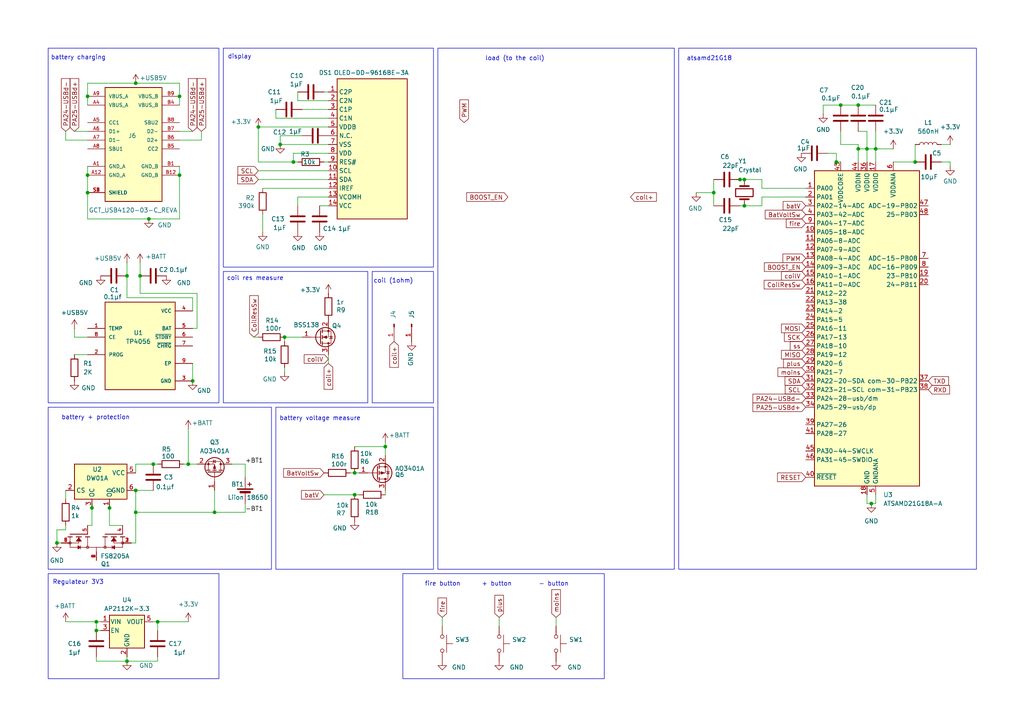
<source format=kicad_sch>
(kicad_sch
	(version 20231120)
	(generator "eeschema")
	(generator_version "8.0")
	(uuid "e79128ee-212b-4442-a43f-c163c43b8a09")
	(paper "A4")
	(title_block
		(title "VBox")
		(date "2024-12-24")
		(rev "0.2")
	)
	
	(junction
		(at 40.64 80.01)
		(diameter 0)
		(color 0 0 0 0)
		(uuid "23504f13-80a2-4715-bef8-aa16c7b529df")
	)
	(junction
		(at 36.83 80.01)
		(diameter 0)
		(color 0 0 0 0)
		(uuid "25212f8e-a551-485c-9432-5ecf007d1aa6")
	)
	(junction
		(at 265.43 46.99)
		(diameter 0)
		(color 0 0 0 0)
		(uuid "28a7f15f-e8cb-47fa-9735-95b60f69a11e")
	)
	(junction
		(at 27.94 180.34)
		(diameter 0)
		(color 0 0 0 0)
		(uuid "28eae92f-0177-4bde-8608-e0e261004e73")
	)
	(junction
		(at 31.75 147.32)
		(diameter 0)
		(color 0 0 0 0)
		(uuid "2cb2d602-9b2d-47ce-89a2-9b3042d3e819")
	)
	(junction
		(at 39.37 142.24)
		(diameter 0)
		(color 0 0 0 0)
		(uuid "40f166c1-6a8b-4ecc-8b51-eb5486a28fec")
	)
	(junction
		(at 85.09 46.99)
		(diameter 0)
		(color 0 0 0 0)
		(uuid "4217b900-d535-4734-a2ac-7b93230d661f")
	)
	(junction
		(at 52.07 50.8)
		(diameter 0)
		(color 0 0 0 0)
		(uuid "4376ad4b-535b-4d86-bb10-3b5d73595cab")
	)
	(junction
		(at 39.37 148.59)
		(diameter 0)
		(color 0 0 0 0)
		(uuid "43e76dff-8d19-45cc-8fb8-10a9d4ea79d1")
	)
	(junction
		(at 248.92 30.48)
		(diameter 0)
		(color 0 0 0 0)
		(uuid "493ef42d-3b1e-4d6c-b517-aa3ae5fb25c1")
	)
	(junction
		(at 74.93 36.83)
		(diameter 0)
		(color 0 0 0 0)
		(uuid "5e612b7d-95fe-4bd7-949f-a70b8fc4404d")
	)
	(junction
		(at 52.07 27.94)
		(diameter 0)
		(color 0 0 0 0)
		(uuid "623c6046-5d53-4de6-a469-f2d6de362753")
	)
	(junction
		(at 27.94 182.88)
		(diameter 0)
		(color 0 0 0 0)
		(uuid "65bc46f2-2d7d-4111-854b-2388614adcd2")
	)
	(junction
		(at 215.9 52.07)
		(diameter 0)
		(color 0 0 0 0)
		(uuid "65fc6330-fe0c-4dec-8cfa-07ba958e8f0d")
	)
	(junction
		(at 214.63 52.07)
		(diameter 0)
		(color 0 0 0 0)
		(uuid "70939512-8999-4a3a-bc2a-982e08c1650b")
	)
	(junction
		(at 252.73 146.05)
		(diameter 0)
		(color 0 0 0 0)
		(uuid "75eeb78e-93a7-4e17-a6d2-a82cb97a94a3")
	)
	(junction
		(at 43.18 63.5)
		(diameter 0)
		(color 0 0 0 0)
		(uuid "8556be23-d485-426f-9101-db5b217bbca9")
	)
	(junction
		(at 102.87 137.16)
		(diameter 0)
		(color 0 0 0 0)
		(uuid "89ae31ad-11ee-4e85-b083-c715fe8313af")
	)
	(junction
		(at 26.67 147.32)
		(diameter 0)
		(color 0 0 0 0)
		(uuid "89b509f0-1dc2-4bdf-9dcc-5f6c87146a10")
	)
	(junction
		(at 36.83 191.77)
		(diameter 0)
		(color 0 0 0 0)
		(uuid "8af1900f-011d-4e7c-9336-0af8428564d3")
	)
	(junction
		(at 254 43.18)
		(diameter 0)
		(color 0 0 0 0)
		(uuid "8fbfbb1d-c229-48ea-8a99-c591d40861c0")
	)
	(junction
		(at 45.72 180.34)
		(diameter 0)
		(color 0 0 0 0)
		(uuid "970b4a40-f5c8-43bf-8b8c-15e68e44f5a6")
	)
	(junction
		(at 81.28 41.91)
		(diameter 0)
		(color 0 0 0 0)
		(uuid "9dd5d14b-36b0-4a2b-ad26-b1f91462cdbc")
	)
	(junction
		(at 16.51 157.48)
		(diameter 0)
		(color 0 0 0 0)
		(uuid "a34ece46-2b51-48f3-a371-3d05e13266c7")
	)
	(junction
		(at 62.23 148.59)
		(diameter 0)
		(color 0 0 0 0)
		(uuid "a9332a55-2504-4f94-9635-4afb699a1420")
	)
	(junction
		(at 25.4 50.8)
		(diameter 0)
		(color 0 0 0 0)
		(uuid "ac2955c4-896a-40ac-9121-0a5dac7b44df")
	)
	(junction
		(at 111.76 129.54)
		(diameter 0)
		(color 0 0 0 0)
		(uuid "b8c28ab1-16c9-4420-be62-1859efec0171")
	)
	(junction
		(at 82.55 97.79)
		(diameter 0)
		(color 0 0 0 0)
		(uuid "be851727-ca71-4e0f-9e35-53c8d92392f8")
	)
	(junction
		(at 44.45 134.62)
		(diameter 0)
		(color 0 0 0 0)
		(uuid "cc57f43e-bb39-44af-a9a0-88db0b9dc470")
	)
	(junction
		(at 207.01 55.88)
		(diameter 0)
		(color 0 0 0 0)
		(uuid "dd6d74a7-d191-403d-900d-98ea5afbf557")
	)
	(junction
		(at 25.4 27.94)
		(diameter 0)
		(color 0 0 0 0)
		(uuid "df4aff65-b7a6-4b06-a274-d0507daad822")
	)
	(junction
		(at 243.84 30.48)
		(diameter 0)
		(color 0 0 0 0)
		(uuid "df5d0cff-c28b-408a-86fc-f8cb5b38b2be")
	)
	(junction
		(at 215.9 59.69)
		(diameter 0)
		(color 0 0 0 0)
		(uuid "e21ecfdc-20b7-42d1-9131-726bb411738e")
	)
	(junction
		(at 242.57 46.99)
		(diameter 0)
		(color 0 0 0 0)
		(uuid "e6086cf0-07e5-4180-9234-9530fe09b7e6")
	)
	(junction
		(at 251.46 43.18)
		(diameter 0)
		(color 0 0 0 0)
		(uuid "e69e276e-6a11-412e-ae07-eb6b5b6008e3")
	)
	(junction
		(at 248.92 43.18)
		(diameter 0)
		(color 0 0 0 0)
		(uuid "e8ecf99e-f45c-4bbf-b51f-1f1b7eb9896b")
	)
	(junction
		(at 102.87 143.51)
		(diameter 0)
		(color 0 0 0 0)
		(uuid "ec7d8b1b-c3a1-46db-a803-6cf0c8de4ab7")
	)
	(junction
		(at 55.88 110.49)
		(diameter 0)
		(color 0 0 0 0)
		(uuid "eff7a68a-7026-48de-bc34-3329900a0206")
	)
	(junction
		(at 39.37 24.13)
		(diameter 0)
		(color 0 0 0 0)
		(uuid "f4b8a65a-764c-4642-ad47-2a593ed00e6c")
	)
	(junction
		(at 25.4 55.88)
		(diameter 0)
		(color 0 0 0 0)
		(uuid "f7dedbe3-c0ef-4193-884b-5354b0c7bee5")
	)
	(junction
		(at 54.61 134.62)
		(diameter 0)
		(color 0 0 0 0)
		(uuid "fd303f27-1f51-4c62-947e-2c22d346bc82")
	)
	(wire
		(pts
			(xy 238.76 33.02) (xy 238.76 30.48)
		)
		(stroke
			(width 0)
			(type default)
		)
		(uuid "001c2bf2-5906-45fa-a51b-ceb9d597f272")
	)
	(wire
		(pts
			(xy 273.05 41.91) (xy 275.59 41.91)
		)
		(stroke
			(width 0)
			(type default)
		)
		(uuid "00e7f358-c298-4e98-8cb6-a9c0f3208779")
	)
	(wire
		(pts
			(xy 85.09 44.45) (xy 85.09 46.99)
		)
		(stroke
			(width 0)
			(type default)
		)
		(uuid "059d077b-37cf-42c5-ab1f-07845c2262af")
	)
	(wire
		(pts
			(xy 240.03 44.45) (xy 242.57 44.45)
		)
		(stroke
			(width 0)
			(type default)
		)
		(uuid "081c4f63-4b4d-4db5-ac4b-c03430064cb4")
	)
	(wire
		(pts
			(xy 215.9 52.07) (xy 220.98 52.07)
		)
		(stroke
			(width 0)
			(type default)
		)
		(uuid "09dd95d5-2327-4a2a-afb2-1bc7b43e11dc")
	)
	(wire
		(pts
			(xy 93.98 46.99) (xy 95.25 46.99)
		)
		(stroke
			(width 0)
			(type default)
		)
		(uuid "09f80b0d-7df1-4211-a7d3-bc19f8ca477b")
	)
	(wire
		(pts
			(xy 26.67 146.05) (xy 26.67 147.32)
		)
		(stroke
			(width 0)
			(type default)
		)
		(uuid "0a28b023-c249-4c29-9195-dc899621eb0e")
	)
	(wire
		(pts
			(xy 57.15 95.25) (xy 55.88 95.25)
		)
		(stroke
			(width 0)
			(type default)
		)
		(uuid "0d2565ff-dbd2-4fee-a2fc-1af442afa4c4")
	)
	(wire
		(pts
			(xy 57.15 95.25) (xy 57.15 85.09)
		)
		(stroke
			(width 0)
			(type default)
		)
		(uuid "0e258064-ae6f-45b7-afc3-a11f21ac0895")
	)
	(wire
		(pts
			(xy 25.4 48.26) (xy 25.4 50.8)
		)
		(stroke
			(width 0)
			(type default)
		)
		(uuid "0e9bff64-9f13-4dfe-986e-7483cea776ca")
	)
	(wire
		(pts
			(xy 254 43.18) (xy 254 46.99)
		)
		(stroke
			(width 0)
			(type default)
		)
		(uuid "0fe0a0ee-faef-449b-ab10-e5795efffab7")
	)
	(wire
		(pts
			(xy 87.63 39.37) (xy 81.28 39.37)
		)
		(stroke
			(width 0)
			(type default)
		)
		(uuid "11377225-1192-4577-a11a-9ca23dce9978")
	)
	(wire
		(pts
			(xy 102.87 129.54) (xy 111.76 129.54)
		)
		(stroke
			(width 0)
			(type default)
		)
		(uuid "123ef7c2-830b-44ce-9e0f-2ec10f68da7e")
	)
	(wire
		(pts
			(xy 39.37 148.59) (xy 39.37 157.48)
		)
		(stroke
			(width 0)
			(type default)
		)
		(uuid "152e71aa-215f-4833-95e5-51320d6abe4c")
	)
	(wire
		(pts
			(xy 95.25 29.21) (xy 86.36 29.21)
		)
		(stroke
			(width 0)
			(type default)
		)
		(uuid "1583726e-8ef6-4253-88c6-6869fabf56c8")
	)
	(wire
		(pts
			(xy 144.78 179.07) (xy 144.78 181.61)
		)
		(stroke
			(width 0)
			(type default)
		)
		(uuid "15d78704-d136-4a50-acc2-5d9272f3652a")
	)
	(wire
		(pts
			(xy 214.63 59.69) (xy 215.9 59.69)
		)
		(stroke
			(width 0)
			(type default)
		)
		(uuid "206ea08f-7925-4572-9454-b9364904f29f")
	)
	(wire
		(pts
			(xy 215.9 59.69) (xy 220.98 59.69)
		)
		(stroke
			(width 0)
			(type default)
		)
		(uuid "2299b2bc-2b78-42de-9069-eb89126373cb")
	)
	(wire
		(pts
			(xy 52.07 40.64) (xy 58.42 40.64)
		)
		(stroke
			(width 0)
			(type default)
		)
		(uuid "233d98bc-7434-40a9-a852-f159440b2bc1")
	)
	(wire
		(pts
			(xy 254 43.18) (xy 259.08 43.18)
		)
		(stroke
			(width 0)
			(type default)
		)
		(uuid "24b3a105-032e-46c6-843a-a8427d6f7f66")
	)
	(wire
		(pts
			(xy 19.05 38.1) (xy 19.05 40.64)
		)
		(stroke
			(width 0)
			(type default)
		)
		(uuid "29b2560f-f31a-4737-ba6b-0eb0ddbf2745")
	)
	(wire
		(pts
			(xy 111.76 128.27) (xy 111.76 129.54)
		)
		(stroke
			(width 0)
			(type default)
		)
		(uuid "2b071163-e761-4f68-926b-225c4036ea80")
	)
	(wire
		(pts
			(xy 95.25 31.75) (xy 87.63 31.75)
		)
		(stroke
			(width 0)
			(type default)
		)
		(uuid "2cb62b69-e6a5-4953-9d3c-aa3a075cb925")
	)
	(wire
		(pts
			(xy 39.37 148.59) (xy 62.23 148.59)
		)
		(stroke
			(width 0)
			(type default)
		)
		(uuid "2cdcaef8-d603-4b28-870f-6290558e9f60")
	)
	(wire
		(pts
			(xy 58.42 40.64) (xy 58.42 38.1)
		)
		(stroke
			(width 0)
			(type default)
		)
		(uuid "2efaafd8-cd77-47e8-8c5b-898618074f24")
	)
	(wire
		(pts
			(xy 207.01 52.07) (xy 207.01 55.88)
		)
		(stroke
			(width 0)
			(type default)
		)
		(uuid "2f5d092a-ff5e-4bb5-8f77-0c5c3f32c70a")
	)
	(wire
		(pts
			(xy 21.59 97.79) (xy 25.4 97.79)
		)
		(stroke
			(width 0)
			(type default)
		)
		(uuid "2f8c859a-8b30-4843-b0b6-c5e8ba90f4b5")
	)
	(wire
		(pts
			(xy 74.93 49.53) (xy 95.25 49.53)
		)
		(stroke
			(width 0)
			(type default)
		)
		(uuid "311cf34a-d8df-4511-ae46-4d42f6c85240")
	)
	(wire
		(pts
			(xy 16.51 157.48) (xy 17.78 157.48)
		)
		(stroke
			(width 0)
			(type default)
		)
		(uuid "3167ec46-f722-4478-ac05-e998364cd6d0")
	)
	(wire
		(pts
			(xy 31.75 147.32) (xy 31.75 152.4)
		)
		(stroke
			(width 0)
			(type default)
		)
		(uuid "32888c70-d8bf-4f43-a273-840a7dc87032")
	)
	(wire
		(pts
			(xy 57.15 134.62) (xy 54.61 134.62)
		)
		(stroke
			(width 0)
			(type default)
		)
		(uuid "3522f34c-6487-49bf-ac51-7323b17345b2")
	)
	(wire
		(pts
			(xy 27.94 182.88) (xy 27.94 180.34)
		)
		(stroke
			(width 0)
			(type default)
		)
		(uuid "360239ca-2d36-41bf-801a-e2781682dcf0")
	)
	(wire
		(pts
			(xy 213.36 52.07) (xy 214.63 52.07)
		)
		(stroke
			(width 0)
			(type default)
		)
		(uuid "3783feb7-ae28-484b-b28e-53c86e9589d4")
	)
	(wire
		(pts
			(xy 38.1 157.48) (xy 39.37 157.48)
		)
		(stroke
			(width 0)
			(type default)
		)
		(uuid "391027ba-8856-443e-9d95-57a090209cf3")
	)
	(wire
		(pts
			(xy 19.05 40.64) (xy 25.4 40.64)
		)
		(stroke
			(width 0)
			(type default)
		)
		(uuid "3a9653e4-41ee-4082-8f37-b24974550e3b")
	)
	(wire
		(pts
			(xy 254 143.51) (xy 254 146.05)
		)
		(stroke
			(width 0)
			(type default)
		)
		(uuid "3ce097d5-18c6-4608-a453-e0fce05cf9c0")
	)
	(wire
		(pts
			(xy 220.98 57.15) (xy 233.68 57.15)
		)
		(stroke
			(width 0)
			(type default)
		)
		(uuid "417dafaf-5036-4456-a10d-5733f5e20894")
	)
	(wire
		(pts
			(xy 39.37 142.24) (xy 39.37 148.59)
		)
		(stroke
			(width 0)
			(type default)
		)
		(uuid "4218893e-d419-4ffe-ad62-712dcd025ff7")
	)
	(wire
		(pts
			(xy 265.43 46.99) (xy 265.43 41.91)
		)
		(stroke
			(width 0)
			(type default)
		)
		(uuid "423a72f4-7332-4b04-9cdd-be019e28362e")
	)
	(wire
		(pts
			(xy 25.4 63.5) (xy 43.18 63.5)
		)
		(stroke
			(width 0)
			(type default)
		)
		(uuid "4290af65-d062-49b6-bd08-49995eae19e2")
	)
	(wire
		(pts
			(xy 248.92 43.18) (xy 248.92 46.99)
		)
		(stroke
			(width 0)
			(type default)
		)
		(uuid "44c795f6-f19c-456c-a2fd-e72e90135f22")
	)
	(wire
		(pts
			(xy 242.57 48.26) (xy 242.57 46.99)
		)
		(stroke
			(width 0)
			(type default)
		)
		(uuid "45293591-3106-4a38-8ece-0096a4a9b366")
	)
	(wire
		(pts
			(xy 52.07 38.1) (xy 55.88 38.1)
		)
		(stroke
			(width 0)
			(type default)
		)
		(uuid "46a7930e-ff63-4b68-ae7c-6334c83cc38d")
	)
	(wire
		(pts
			(xy 93.98 26.67) (xy 95.25 26.67)
		)
		(stroke
			(width 0)
			(type default)
		)
		(uuid "4b0c2310-69ce-4f33-ba09-74e5d47845f2")
	)
	(wire
		(pts
			(xy 39.37 137.16) (xy 39.37 134.62)
		)
		(stroke
			(width 0)
			(type default)
		)
		(uuid "4b9104fc-d6d0-4d02-bf45-2760e05a9936")
	)
	(wire
		(pts
			(xy 207.01 59.69) (xy 207.01 55.88)
		)
		(stroke
			(width 0)
			(type default)
		)
		(uuid "4c2d8e40-a0dc-4745-86ea-d240c9420e7f")
	)
	(wire
		(pts
			(xy 102.87 143.51) (xy 104.14 143.51)
		)
		(stroke
			(width 0)
			(type default)
		)
		(uuid "4da6e938-61ce-4acf-a55c-14760a407de5")
	)
	(wire
		(pts
			(xy 39.37 134.62) (xy 44.45 134.62)
		)
		(stroke
			(width 0)
			(type default)
		)
		(uuid "507581eb-367b-44b3-a5cb-cbf17268a41b")
	)
	(wire
		(pts
			(xy 220.98 59.69) (xy 220.98 57.15)
		)
		(stroke
			(width 0)
			(type default)
		)
		(uuid "512d4f9c-9dbc-401d-b937-d2b3774de403")
	)
	(wire
		(pts
			(xy 128.27 179.07) (xy 128.27 181.61)
		)
		(stroke
			(width 0)
			(type default)
		)
		(uuid "514d8993-87ea-405b-964a-8e923807c9e6")
	)
	(wire
		(pts
			(xy 21.59 95.25) (xy 21.59 97.79)
		)
		(stroke
			(width 0)
			(type default)
		)
		(uuid "5358283d-5c06-46a4-bebc-4ef6be8bdf51")
	)
	(wire
		(pts
			(xy 82.55 97.79) (xy 87.63 97.79)
		)
		(stroke
			(width 0)
			(type default)
		)
		(uuid "548e2e2a-7b46-4732-a5fc-8e13366df124")
	)
	(wire
		(pts
			(xy 251.46 38.1) (xy 251.46 43.18)
		)
		(stroke
			(width 0)
			(type default)
		)
		(uuid "563948bd-76a7-4bac-811f-d438845ed674")
	)
	(wire
		(pts
			(xy 111.76 143.51) (xy 111.76 142.24)
		)
		(stroke
			(width 0)
			(type default)
		)
		(uuid "56502c0c-2fa4-4a3a-89bb-e0889bc86dea")
	)
	(wire
		(pts
			(xy 101.6 137.16) (xy 102.87 137.16)
		)
		(stroke
			(width 0)
			(type default)
		)
		(uuid "57ec4aa0-9e32-45f5-ab27-d0b331690e68")
	)
	(wire
		(pts
			(xy 80.01 31.75) (xy 80.01 34.29)
		)
		(stroke
			(width 0)
			(type default)
		)
		(uuid "5a068dd7-1cff-4346-9101-649bb2162239")
	)
	(wire
		(pts
			(xy 254 38.1) (xy 254 43.18)
		)
		(stroke
			(width 0)
			(type default)
		)
		(uuid "5a7df095-19e9-4318-81ce-c92d76fea762")
	)
	(wire
		(pts
			(xy 39.37 142.24) (xy 44.45 142.24)
		)
		(stroke
			(width 0)
			(type default)
		)
		(uuid "5a96c07f-c099-4d57-ab78-8108721f3b21")
	)
	(wire
		(pts
			(xy 54.61 134.62) (xy 54.61 124.46)
		)
		(stroke
			(width 0)
			(type default)
		)
		(uuid "5abe0e43-0321-4927-a464-6e61efe86853")
	)
	(wire
		(pts
			(xy 251.46 146.05) (xy 251.46 143.51)
		)
		(stroke
			(width 0)
			(type default)
		)
		(uuid "5c22cb53-56f1-419c-b7ac-e36c6950177c")
	)
	(wire
		(pts
			(xy 243.84 41.91) (xy 248.92 41.91)
		)
		(stroke
			(width 0)
			(type default)
		)
		(uuid "5c2b52c2-dcac-464a-a137-e73644344e3a")
	)
	(wire
		(pts
			(xy 242.57 46.99) (xy 243.84 46.99)
		)
		(stroke
			(width 0)
			(type default)
		)
		(uuid "5c5e8f76-6622-425b-9f90-50fa6ca6a3d9")
	)
	(wire
		(pts
			(xy 31.75 146.05) (xy 31.75 147.32)
		)
		(stroke
			(width 0)
			(type default)
		)
		(uuid "5d32d9c8-78dc-45a5-84d4-ce327b9521da")
	)
	(wire
		(pts
			(xy 21.59 38.1) (xy 25.4 38.1)
		)
		(stroke
			(width 0)
			(type default)
		)
		(uuid "63399f57-bc27-48fe-a7f6-b1283ed1ad04")
	)
	(wire
		(pts
			(xy 19.05 153.67) (xy 16.51 153.67)
		)
		(stroke
			(width 0)
			(type default)
		)
		(uuid "6823a712-7d62-4652-a910-4ecb18fe1b6f")
	)
	(wire
		(pts
			(xy 44.45 180.34) (xy 45.72 180.34)
		)
		(stroke
			(width 0)
			(type default)
		)
		(uuid "69193738-8b61-4804-8df9-abb894b50bdf")
	)
	(wire
		(pts
			(xy 53.34 134.62) (xy 54.61 134.62)
		)
		(stroke
			(width 0)
			(type default)
		)
		(uuid "69e8bee0-0ae5-4716-91d3-dc7ff4b23f8a")
	)
	(wire
		(pts
			(xy 71.12 138.43) (xy 71.12 134.62)
		)
		(stroke
			(width 0)
			(type default)
		)
		(uuid "6b39adab-86a5-4f34-8b36-3aa4ca9c2636")
	)
	(wire
		(pts
			(xy 238.76 30.48) (xy 243.84 30.48)
		)
		(stroke
			(width 0)
			(type default)
		)
		(uuid "6c384dcd-98b1-4a57-9b2f-f748a00b9372")
	)
	(wire
		(pts
			(xy 40.64 85.09) (xy 40.64 80.01)
		)
		(stroke
			(width 0)
			(type default)
		)
		(uuid "72de1630-a37d-42a2-af6e-112fe85d9e55")
	)
	(wire
		(pts
			(xy 73.66 97.79) (xy 74.93 97.79)
		)
		(stroke
			(width 0)
			(type default)
		)
		(uuid "74208038-b870-4ae9-8aa2-5c6d016630f1")
	)
	(wire
		(pts
			(xy 242.57 44.45) (xy 242.57 46.99)
		)
		(stroke
			(width 0)
			(type default)
		)
		(uuid "75fe539f-82b4-4f68-a8f8-46c8c4b9a031")
	)
	(wire
		(pts
			(xy 248.92 41.91) (xy 248.92 43.18)
		)
		(stroke
			(width 0)
			(type default)
		)
		(uuid "778cafbb-8f63-477c-894d-40ee7ae006ee")
	)
	(wire
		(pts
			(xy 93.98 143.51) (xy 102.87 143.51)
		)
		(stroke
			(width 0)
			(type default)
		)
		(uuid "77e62739-b2c4-4f17-bab0-1fb3b33ef9e6")
	)
	(wire
		(pts
			(xy 36.83 86.36) (xy 36.83 80.01)
		)
		(stroke
			(width 0)
			(type default)
		)
		(uuid "78f17253-1d2b-444e-bad5-bf7ebdc39753")
	)
	(wire
		(pts
			(xy 52.07 27.94) (xy 52.07 30.48)
		)
		(stroke
			(width 0)
			(type default)
		)
		(uuid "7a47b54f-a771-46d3-8dff-55dfd5f17b19")
	)
	(wire
		(pts
			(xy 27.94 191.77) (xy 36.83 191.77)
		)
		(stroke
			(width 0)
			(type default)
		)
		(uuid "7dbc4fff-eea6-41d6-83d7-700fb85e7c1b")
	)
	(wire
		(pts
			(xy 243.84 30.48) (xy 248.92 30.48)
		)
		(stroke
			(width 0)
			(type default)
		)
		(uuid "7ed89645-2dc7-4f00-ab2e-e05e8444f924")
	)
	(wire
		(pts
			(xy 76.2 54.61) (xy 95.25 54.61)
		)
		(stroke
			(width 0)
			(type default)
		)
		(uuid "803ede38-9d19-4360-9da4-305d1900f3ca")
	)
	(wire
		(pts
			(xy 252.73 146.05) (xy 254 146.05)
		)
		(stroke
			(width 0)
			(type default)
		)
		(uuid "83b4bf48-1e8a-4c8e-972e-8f397db731fb")
	)
	(wire
		(pts
			(xy 95.25 36.83) (xy 74.93 36.83)
		)
		(stroke
			(width 0)
			(type default)
		)
		(uuid "85b4d837-ede9-41a2-8b6b-be843669f01d")
	)
	(wire
		(pts
			(xy 74.93 36.83) (xy 74.93 46.99)
		)
		(stroke
			(width 0)
			(type default)
		)
		(uuid "870b3c73-176b-4954-99bf-e4a3f4d86f5b")
	)
	(wire
		(pts
			(xy 27.94 180.34) (xy 29.21 180.34)
		)
		(stroke
			(width 0)
			(type default)
		)
		(uuid "889e4369-8b34-4920-ac88-7b382e09dc3f")
	)
	(wire
		(pts
			(xy 248.92 43.18) (xy 251.46 43.18)
		)
		(stroke
			(width 0)
			(type default)
		)
		(uuid "8987cf81-815d-4e6e-a98d-0ce8a727e55f")
	)
	(wire
		(pts
			(xy 55.88 86.36) (xy 36.83 86.36)
		)
		(stroke
			(width 0)
			(type default)
		)
		(uuid "8a69fa63-9b01-4512-9633-60770ffd6532")
	)
	(wire
		(pts
			(xy 27.94 182.88) (xy 29.21 182.88)
		)
		(stroke
			(width 0)
			(type default)
		)
		(uuid "8b41f468-3b96-4d18-acdd-389b41571595")
	)
	(wire
		(pts
			(xy 25.4 27.94) (xy 25.4 24.13)
		)
		(stroke
			(width 0)
			(type default)
		)
		(uuid "8bd024b4-17f5-4dd4-8ff4-dadfc27863e3")
	)
	(wire
		(pts
			(xy 220.98 52.07) (xy 220.98 54.61)
		)
		(stroke
			(width 0)
			(type default)
		)
		(uuid "8ccdf24d-7ba4-40aa-a4e9-43de31342d8b")
	)
	(wire
		(pts
			(xy 19.05 153.67) (xy 19.05 152.4)
		)
		(stroke
			(width 0)
			(type default)
		)
		(uuid "902cf45b-b13e-44e3-bd4c-307adef06bc1")
	)
	(wire
		(pts
			(xy 55.88 90.17) (xy 55.88 86.36)
		)
		(stroke
			(width 0)
			(type default)
		)
		(uuid "9058f39b-d13c-4c72-80e5-f5a68a2cc134")
	)
	(wire
		(pts
			(xy 86.36 29.21) (xy 86.36 26.67)
		)
		(stroke
			(width 0)
			(type default)
		)
		(uuid "919ce4dd-0292-41c6-9d22-55c2c409f123")
	)
	(wire
		(pts
			(xy 251.46 43.18) (xy 254 43.18)
		)
		(stroke
			(width 0)
			(type default)
		)
		(uuid "92242dbb-018f-436f-9286-d16875ff5529")
	)
	(wire
		(pts
			(xy 111.76 129.54) (xy 111.76 132.08)
		)
		(stroke
			(width 0)
			(type default)
		)
		(uuid "96ac7688-571b-4a0e-980f-801bb1888e6e")
	)
	(wire
		(pts
			(xy 252.73 146.05) (xy 251.46 146.05)
		)
		(stroke
			(width 0)
			(type default)
		)
		(uuid "9ce49e65-59d0-4c54-a8a0-220beeb2c857")
	)
	(wire
		(pts
			(xy 25.4 50.8) (xy 25.4 55.88)
		)
		(stroke
			(width 0)
			(type default)
		)
		(uuid "9d2442c1-4311-4bba-bd5e-52dce7c9e373")
	)
	(wire
		(pts
			(xy 36.83 76.2) (xy 36.83 80.01)
		)
		(stroke
			(width 0)
			(type default)
		)
		(uuid "9e310c8a-0642-4073-aa6d-813d716cd45b")
	)
	(wire
		(pts
			(xy 25.4 24.13) (xy 39.37 24.13)
		)
		(stroke
			(width 0)
			(type default)
		)
		(uuid "a0befb26-54e0-44ac-9981-9ceb80c24797")
	)
	(wire
		(pts
			(xy 26.67 152.4) (xy 25.4 152.4)
		)
		(stroke
			(width 0)
			(type default)
		)
		(uuid "a20b69e8-d433-475d-a812-0cd1482305f5")
	)
	(wire
		(pts
			(xy 52.07 27.94) (xy 52.07 24.13)
		)
		(stroke
			(width 0)
			(type default)
		)
		(uuid "a4280065-695e-4fd1-8c92-c5439ee5d7a5")
	)
	(wire
		(pts
			(xy 251.46 43.18) (xy 251.46 46.99)
		)
		(stroke
			(width 0)
			(type default)
		)
		(uuid "a4cb355e-98d8-43a9-9822-045e0f5d5d1b")
	)
	(wire
		(pts
			(xy 81.28 39.37) (xy 81.28 41.91)
		)
		(stroke
			(width 0)
			(type default)
		)
		(uuid "a6e28197-eacd-4f41-8242-aa9aafc2e4c4")
	)
	(wire
		(pts
			(xy 86.36 57.15) (xy 86.36 59.69)
		)
		(stroke
			(width 0)
			(type default)
		)
		(uuid "a6e5a03c-0a59-4a4f-bb74-a797aa0e3866")
	)
	(wire
		(pts
			(xy 95.25 102.87) (xy 95.25 105.41)
		)
		(stroke
			(width 0)
			(type default)
		)
		(uuid "a7f91fce-4833-4ffe-a704-e237f0f37cf3")
	)
	(wire
		(pts
			(xy 62.23 142.24) (xy 62.23 148.59)
		)
		(stroke
			(width 0)
			(type default)
		)
		(uuid "a8dac2c3-f7c9-4861-a13a-663e95da4948")
	)
	(wire
		(pts
			(xy 95.25 57.15) (xy 86.36 57.15)
		)
		(stroke
			(width 0)
			(type default)
		)
		(uuid "ace68dec-040e-43dc-94c1-61b7348cadaa")
	)
	(wire
		(pts
			(xy 62.23 148.59) (xy 71.12 148.59)
		)
		(stroke
			(width 0)
			(type default)
		)
		(uuid "af5628b0-21a9-4466-a3de-6d72d0a37ecc")
	)
	(wire
		(pts
			(xy 71.12 146.05) (xy 71.12 148.59)
		)
		(stroke
			(width 0)
			(type default)
		)
		(uuid "b0d7e412-a508-4273-a8e5-b1bc2dccf00a")
	)
	(wire
		(pts
			(xy 80.01 34.29) (xy 95.25 34.29)
		)
		(stroke
			(width 0)
			(type default)
		)
		(uuid "b352bac4-bfcc-43f9-ac95-46eb71868093")
	)
	(wire
		(pts
			(xy 67.31 134.62) (xy 71.12 134.62)
		)
		(stroke
			(width 0)
			(type default)
		)
		(uuid "b4989321-c391-4669-8567-0d142c3c7afd")
	)
	(wire
		(pts
			(xy 74.93 46.99) (xy 85.09 46.99)
		)
		(stroke
			(width 0)
			(type default)
		)
		(uuid "b7671b70-5193-4e82-ab2f-4a141b9d6c57")
	)
	(wire
		(pts
			(xy 220.98 54.61) (xy 233.68 54.61)
		)
		(stroke
			(width 0)
			(type default)
		)
		(uuid "b7c9d073-5626-4fc9-ad0b-499e92d4a472")
	)
	(wire
		(pts
			(xy 16.51 153.67) (xy 16.51 157.48)
		)
		(stroke
			(width 0)
			(type default)
		)
		(uuid "b9803d74-78d2-4049-935e-89bd068d78b8")
	)
	(wire
		(pts
			(xy 82.55 106.68) (xy 82.55 107.95)
		)
		(stroke
			(width 0)
			(type default)
		)
		(uuid "ba79c6e7-09ce-46a6-bcab-45c60dc31437")
	)
	(wire
		(pts
			(xy 19.05 142.24) (xy 19.05 144.78)
		)
		(stroke
			(width 0)
			(type default)
		)
		(uuid "bc36a65e-af7f-4f86-971a-fced82fcc346")
	)
	(wire
		(pts
			(xy 243.84 41.91) (xy 243.84 38.1)
		)
		(stroke
			(width 0)
			(type default)
		)
		(uuid "bd577085-fcff-4e2a-9e72-bb017b170f09")
	)
	(wire
		(pts
			(xy 40.64 76.2) (xy 40.64 80.01)
		)
		(stroke
			(width 0)
			(type default)
		)
		(uuid "c0a58d72-19b2-4a3a-ae66-234ce5d65b39")
	)
	(wire
		(pts
			(xy 273.05 46.99) (xy 275.59 46.99)
		)
		(stroke
			(width 0)
			(type default)
		)
		(uuid "c0e1bdf0-6030-442f-9ce5-6911939e6709")
	)
	(wire
		(pts
			(xy 74.93 52.07) (xy 95.25 52.07)
		)
		(stroke
			(width 0)
			(type default)
		)
		(uuid "c3a93bbf-8b41-42ed-98ee-826ff1af8c11")
	)
	(wire
		(pts
			(xy 25.4 30.48) (xy 25.4 27.94)
		)
		(stroke
			(width 0)
			(type default)
		)
		(uuid "c45fc15b-371d-4cec-930c-3123ddb66d5e")
	)
	(wire
		(pts
			(xy 76.2 67.31) (xy 76.2 62.23)
		)
		(stroke
			(width 0)
			(type default)
		)
		(uuid "c47013ba-a793-4ac5-ba01-97f694620218")
	)
	(wire
		(pts
			(xy 26.67 147.32) (xy 26.67 152.4)
		)
		(stroke
			(width 0)
			(type default)
		)
		(uuid "c6f0a6e4-1a9d-4b50-82ee-72a8e7177fca")
	)
	(wire
		(pts
			(xy 45.72 190.5) (xy 45.72 191.77)
		)
		(stroke
			(width 0)
			(type default)
		)
		(uuid "c8839131-40c9-41c6-afdf-36438eb88f41")
	)
	(wire
		(pts
			(xy 92.71 59.69) (xy 95.25 59.69)
		)
		(stroke
			(width 0)
			(type default)
		)
		(uuid "c88b8da0-884f-4780-aed2-e03e9939932f")
	)
	(wire
		(pts
			(xy 85.09 46.99) (xy 86.36 46.99)
		)
		(stroke
			(width 0)
			(type default)
		)
		(uuid "c971b6cb-a311-4ddb-a3b1-6cbd1e89d0e2")
	)
	(wire
		(pts
			(xy 45.72 180.34) (xy 54.61 180.34)
		)
		(stroke
			(width 0)
			(type default)
		)
		(uuid "ce4a2892-6a19-4fa5-a15d-71375a5d213c")
	)
	(wire
		(pts
			(xy 19.05 180.34) (xy 27.94 180.34)
		)
		(stroke
			(width 0)
			(type default)
		)
		(uuid "cf3f1dd0-cc4d-4204-ad98-6eb085eee002")
	)
	(wire
		(pts
			(xy 25.4 102.87) (xy 21.59 102.87)
		)
		(stroke
			(width 0)
			(type default)
		)
		(uuid "d15a4deb-d980-4d86-9ec0-5bae7744c017")
	)
	(wire
		(pts
			(xy 259.08 46.99) (xy 265.43 46.99)
		)
		(stroke
			(width 0)
			(type default)
		)
		(uuid "d32d52dc-b425-4862-8d0b-b68713b51019")
	)
	(wire
		(pts
			(xy 44.45 134.62) (xy 45.72 134.62)
		)
		(stroke
			(width 0)
			(type default)
		)
		(uuid "d8a0b507-701b-4230-a1af-86a1849847bd")
	)
	(wire
		(pts
			(xy 39.37 24.13) (xy 52.07 24.13)
		)
		(stroke
			(width 0)
			(type default)
		)
		(uuid "d9d7692f-c742-4458-ac63-ef780f79e783")
	)
	(wire
		(pts
			(xy 27.94 190.5) (xy 27.94 191.77)
		)
		(stroke
			(width 0)
			(type default)
		)
		(uuid "da15444d-a76c-4b7e-9e35-7f1ca59e427c")
	)
	(wire
		(pts
			(xy 248.92 38.1) (xy 251.46 38.1)
		)
		(stroke
			(width 0)
			(type default)
		)
		(uuid "dc962509-2530-474a-88c1-e025fe7d84d0")
	)
	(wire
		(pts
			(xy 52.07 63.5) (xy 43.18 63.5)
		)
		(stroke
			(width 0)
			(type default)
		)
		(uuid "dd88e157-e747-45ba-b9c8-601e8e57999f")
	)
	(wire
		(pts
			(xy 81.28 41.91) (xy 95.25 41.91)
		)
		(stroke
			(width 0)
			(type default)
		)
		(uuid "deff7a0c-f4d1-40b3-993a-6a01680c5bfa")
	)
	(wire
		(pts
			(xy 248.92 30.48) (xy 254 30.48)
		)
		(stroke
			(width 0)
			(type default)
		)
		(uuid "e412fb2b-2abe-4a14-ad74-656199a13e43")
	)
	(wire
		(pts
			(xy 207.01 55.88) (xy 201.93 55.88)
		)
		(stroke
			(width 0)
			(type default)
		)
		(uuid "e99093d1-3c1f-4723-8837-b4eaddffc523")
	)
	(wire
		(pts
			(xy 31.75 152.4) (xy 35.56 152.4)
		)
		(stroke
			(width 0)
			(type default)
		)
		(uuid "eb645478-4301-4d23-bf30-33dc61cb4440")
	)
	(wire
		(pts
			(xy 55.88 105.41) (xy 55.88 110.49)
		)
		(stroke
			(width 0)
			(type default)
		)
		(uuid "ee394567-dcc0-4a72-a255-8a0582506be4")
	)
	(wire
		(pts
			(xy 52.07 50.8) (xy 52.07 63.5)
		)
		(stroke
			(width 0)
			(type default)
		)
		(uuid "ee710530-c1d3-494f-a6ea-6a2786f66bbd")
	)
	(wire
		(pts
			(xy 275.59 46.99) (xy 275.59 48.26)
		)
		(stroke
			(width 0)
			(type default)
		)
		(uuid "f16c0f01-568f-4515-aea1-b7ef604f5ed8")
	)
	(wire
		(pts
			(xy 82.55 99.06) (xy 82.55 97.79)
		)
		(stroke
			(width 0)
			(type default)
		)
		(uuid "f1ba7617-b639-4810-a9d2-0ca5792b11f5")
	)
	(wire
		(pts
			(xy 102.87 137.16) (xy 104.14 137.16)
		)
		(stroke
			(width 0)
			(type default)
		)
		(uuid "f1de19db-265a-4225-839b-a95f33794bba")
	)
	(wire
		(pts
			(xy 36.83 190.5) (xy 36.83 191.77)
		)
		(stroke
			(width 0)
			(type default)
		)
		(uuid "f5374955-ff92-4fce-b56a-cb4e40a71bae")
	)
	(wire
		(pts
			(xy 36.83 191.77) (xy 45.72 191.77)
		)
		(stroke
			(width 0)
			(type default)
		)
		(uuid "f7454ae1-fb18-44a2-9508-0f66e1d8c5b3")
	)
	(wire
		(pts
			(xy 57.15 85.09) (xy 40.64 85.09)
		)
		(stroke
			(width 0)
			(type default)
		)
		(uuid "f888fe03-954e-4271-b34a-df5b1b38dd13")
	)
	(wire
		(pts
			(xy 25.4 55.88) (xy 25.4 63.5)
		)
		(stroke
			(width 0)
			(type default)
		)
		(uuid "f89d1ea0-f0ac-444f-91f9-30d5c30c49c7")
	)
	(wire
		(pts
			(xy 95.25 44.45) (xy 85.09 44.45)
		)
		(stroke
			(width 0)
			(type default)
		)
		(uuid "f8d20ee8-1fa4-4ea6-b52e-f0be6681828a")
	)
	(wire
		(pts
			(xy 45.72 182.88) (xy 45.72 180.34)
		)
		(stroke
			(width 0)
			(type default)
		)
		(uuid "f9392b10-6398-4a1d-9e60-03e1142cde6a")
	)
	(wire
		(pts
			(xy 161.29 179.07) (xy 161.29 181.61)
		)
		(stroke
			(width 0)
			(type default)
		)
		(uuid "fc8ce581-eac2-442c-bae7-2feab2662204")
	)
	(wire
		(pts
			(xy 52.07 48.26) (xy 52.07 50.8)
		)
		(stroke
			(width 0)
			(type default)
		)
		(uuid "fcec697c-650a-44e1-8761-221864bb6322")
	)
	(wire
		(pts
			(xy 214.63 52.07) (xy 215.9 52.07)
		)
		(stroke
			(width 0)
			(type default)
		)
		(uuid "fdd147ef-64cb-4045-b5ea-7a63a3744c5b")
	)
	(rectangle
		(start 13.97 166.37)
		(end 63.5 196.85)
		(stroke
			(width 0)
			(type default)
		)
		(fill
			(type none)
		)
		(uuid 3c8fd542-b87a-4687-8abc-5f710b887071)
	)
	(rectangle
		(start 196.85 13.97)
		(end 283.21 165.1)
		(stroke
			(width 0)
			(type default)
		)
		(fill
			(type none)
		)
		(uuid 52ec4682-ce9e-40c7-ac28-c00cd4bd12f5)
	)
	(rectangle
		(start 13.97 118.11)
		(end 78.74 165.1)
		(stroke
			(width 0)
			(type default)
		)
		(fill
			(type none)
		)
		(uuid 53c2afa1-91f1-4b46-a877-1e1e08a290e9)
	)
	(rectangle
		(start 107.95 78.74)
		(end 125.73 116.84)
		(stroke
			(width 0)
			(type default)
		)
		(fill
			(type none)
		)
		(uuid 7789fb5b-b898-43d3-ad98-32c83ef6e69a)
	)
	(rectangle
		(start 64.77 78.74)
		(end 106.68 116.84)
		(stroke
			(width 0)
			(type default)
		)
		(fill
			(type none)
		)
		(uuid 7ad8e7a2-05e9-40ca-8e6e-aca81f88b916)
	)
	(rectangle
		(start 127 13.97)
		(end 195.58 165.1)
		(stroke
			(width 0)
			(type default)
		)
		(fill
			(type none)
		)
		(uuid bd546549-60d2-47ea-a7a6-37c0c3ba8b17)
	)
	(rectangle
		(start 116.84 166.37)
		(end 175.26 196.85)
		(stroke
			(width 0)
			(type default)
		)
		(fill
			(type none)
		)
		(uuid bf9d151d-ddfd-4e94-b48b-0dbbf23f5e42)
	)
	(rectangle
		(start 13.97 13.97)
		(end 63.5 116.84)
		(stroke
			(width 0)
			(type default)
		)
		(fill
			(type none)
		)
		(uuid ddbcd845-0740-4a1f-897c-34b5d3f1f33a)
	)
	(rectangle
		(start 80.01 118.11)
		(end 125.73 165.1)
		(stroke
			(width 0)
			(type default)
		)
		(fill
			(type none)
		)
		(uuid e4f3152f-2dfd-4ec0-9cd5-d36ea11de642)
	)
	(rectangle
		(start 64.77 13.97)
		(end 125.73 77.47)
		(stroke
			(width 0)
			(type default)
		)
		(fill
			(type none)
		)
		(uuid ecf3cacd-298b-4309-b0b7-32a8e2a2ec20)
	)
	(text "coil res measure"
		(exclude_from_sim no)
		(at 65.786 81.534 0)
		(effects
			(font
				(size 1.27 1.27)
			)
			(justify left bottom)
		)
		(uuid "087e89e2-f1c1-4e8c-8804-ec4c25cdf7e4")
	)
	(text "coil (1ohm)"
		(exclude_from_sim no)
		(at 119.888 82.296 0)
		(effects
			(font
				(size 1.27 1.27)
			)
			(justify right bottom)
		)
		(uuid "1bbdd0ed-f075-44a4-94d9-d9335a0fbf4e")
	)
	(text "Regulateur 3V3"
		(exclude_from_sim no)
		(at 15.24 169.672 0)
		(effects
			(font
				(size 1.27 1.27)
			)
			(justify left bottom)
		)
		(uuid "1fbc388c-0b7e-470b-8913-b54c139d8d53")
	)
	(text "load (to the coil)"
		(exclude_from_sim no)
		(at 140.716 17.78 0)
		(effects
			(font
				(size 1.27 1.27)
			)
			(justify left bottom)
		)
		(uuid "30ebd7dc-898c-4e3e-991d-4b09e8e6221d")
	)
	(text "battery voltage measure"
		(exclude_from_sim no)
		(at 81.026 122.174 0)
		(effects
			(font
				(size 1.27 1.27)
			)
			(justify left bottom)
		)
		(uuid "4f1a4259-6989-4f6c-86e1-f5210bec2f7c")
	)
	(text "+ button"
		(exclude_from_sim no)
		(at 139.7 170.18 0)
		(effects
			(font
				(size 1.27 1.27)
			)
			(justify left bottom)
		)
		(uuid "9bc770c7-95a5-4534-847b-a292de76738c")
	)
	(text "battery + protection"
		(exclude_from_sim no)
		(at 17.78 121.92 0)
		(effects
			(font
				(size 1.27 1.27)
			)
			(justify left bottom)
		)
		(uuid "cf6707f9-fc15-4533-a619-b96229307976")
	)
	(text "battery charging"
		(exclude_from_sim no)
		(at 14.732 17.526 0)
		(effects
			(font
				(size 1.27 1.27)
			)
			(justify left bottom)
		)
		(uuid "d2960c67-27bf-4777-950c-aaa700e526c6")
	)
	(text "- button"
		(exclude_from_sim no)
		(at 156.21 170.18 0)
		(effects
			(font
				(size 1.27 1.27)
			)
			(justify left bottom)
		)
		(uuid "d2df5bb6-ec44-4284-80aa-41c931590d5b")
	)
	(text "atsamd21G18"
		(exclude_from_sim no)
		(at 199.136 17.78 0)
		(effects
			(font
				(size 1.27 1.27)
			)
			(justify left bottom)
		)
		(uuid "dd5673ef-a816-4125-92b5-fde51478b588")
	)
	(text "fire button"
		(exclude_from_sim no)
		(at 123.19 170.18 0)
		(effects
			(font
				(size 1.27 1.27)
			)
			(justify left bottom)
		)
		(uuid "e2f9afad-e9d9-4776-99cb-98a849449aac")
	)
	(text "display"
		(exclude_from_sim no)
		(at 66.04 17.272 0)
		(effects
			(font
				(size 1.27 1.27)
			)
			(justify left bottom)
		)
		(uuid "e317e77d-45b9-4fb2-9bab-aeacbfc8aa93")
	)
	(label "-BT1"
		(at 71.12 148.59 0)
		(effects
			(font
				(size 1.27 1.27)
			)
			(justify left bottom)
		)
		(uuid "198fbeda-5b51-4901-90fb-8d47f106eae9")
	)
	(label "+BT1"
		(at 71.12 134.62 0)
		(effects
			(font
				(size 1.27 1.27)
			)
			(justify left bottom)
		)
		(uuid "df262f70-44cb-4143-b5c7-34fa2e96f7e1")
	)
	(global_label "PWM"
		(shape input)
		(at 134.62 35.56 90)
		(fields_autoplaced yes)
		(effects
			(font
				(size 1.27 1.27)
			)
			(justify left)
		)
		(uuid "070e236f-c01b-488d-b2b9-c576406e991d")
		(property "Intersheetrefs" "${INTERSHEET_REFS}"
			(at 134.62 28.402 90)
			(effects
				(font
					(size 1.27 1.27)
				)
				(justify left)
				(hide yes)
			)
		)
	)
	(global_label "CoilResSw"
		(shape input)
		(at 233.68 82.55 180)
		(fields_autoplaced yes)
		(effects
			(font
				(size 1.27 1.27)
			)
			(justify right)
		)
		(uuid "0ab3afc6-d19f-492b-9ca8-fbd5a6f29a38")
		(property "Intersheetrefs" "${INTERSHEET_REFS}"
			(at 221.0791 82.55 0)
			(effects
				(font
					(size 1.27 1.27)
				)
				(justify right)
				(hide yes)
			)
		)
	)
	(global_label "moins"
		(shape input)
		(at 161.29 179.07 90)
		(fields_autoplaced yes)
		(effects
			(font
				(size 1.27 1.27)
			)
			(justify left)
		)
		(uuid "10dbdbac-7053-43b1-bcbd-96847b95e7cd")
		(property "Intersheetrefs" "${INTERSHEET_REFS}"
			(at 161.29 170.4606 90)
			(effects
				(font
					(size 1.27 1.27)
				)
				(justify left)
				(hide yes)
			)
		)
	)
	(global_label "SDA"
		(shape input)
		(at 74.93 52.07 180)
		(fields_autoplaced yes)
		(effects
			(font
				(size 1.27 1.27)
			)
			(justify right)
		)
		(uuid "14cc497d-50bd-4238-9791-86ede29a8a14")
		(property "Intersheetrefs" "${INTERSHEET_REFS}"
			(at 68.3767 52.07 0)
			(effects
				(font
					(size 1.27 1.27)
				)
				(justify right)
				(hide yes)
			)
		)
	)
	(global_label "plus"
		(shape input)
		(at 233.68 105.41 180)
		(fields_autoplaced yes)
		(effects
			(font
				(size 1.27 1.27)
			)
			(justify right)
		)
		(uuid "19b5bc9a-8031-4733-9957-c59ea4260abf")
		(property "Intersheetrefs" "${INTERSHEET_REFS}"
			(at 226.7035 105.41 0)
			(effects
				(font
					(size 1.27 1.27)
				)
				(justify right)
				(hide yes)
			)
		)
	)
	(global_label "PA24-USBd-"
		(shape input)
		(at 233.68 115.57 180)
		(fields_autoplaced yes)
		(effects
			(font
				(size 1.27 1.27)
			)
			(justify right)
		)
		(uuid "218b77ee-1ae4-4d25-8fc7-b3504c3b6528")
		(property "Intersheetrefs" "${INTERSHEET_REFS}"
			(at 217.8134 115.57 0)
			(effects
				(font
					(size 1.27 1.27)
				)
				(justify right)
				(hide yes)
			)
		)
	)
	(global_label "RESET"
		(shape input)
		(at 233.68 138.43 180)
		(fields_autoplaced yes)
		(effects
			(font
				(size 1.27 1.27)
			)
			(justify right)
		)
		(uuid "26b5bea3-8c24-4c66-81f6-495f3dbf43cb")
		(property "Intersheetrefs" "${INTERSHEET_REFS}"
			(at 224.9497 138.43 0)
			(effects
				(font
					(size 1.27 1.27)
				)
				(justify right)
				(hide yes)
			)
		)
	)
	(global_label "coil+"
		(shape input)
		(at 114.3 99.06 270)
		(fields_autoplaced yes)
		(effects
			(font
				(size 1.27 1.27)
			)
			(justify right)
		)
		(uuid "277cc8ba-bb2d-4a46-ab47-3ad5b1b2949e")
		(property "Intersheetrefs" "${INTERSHEET_REFS}"
			(at 114.3 107.1252 90)
			(effects
				(font
					(size 1.27 1.27)
				)
				(justify right)
				(hide yes)
			)
		)
	)
	(global_label "BatVoltSw"
		(shape input)
		(at 93.98 137.16 180)
		(fields_autoplaced yes)
		(effects
			(font
				(size 1.27 1.27)
			)
			(justify right)
		)
		(uuid "284a8727-da4f-4cbe-8f54-b8da95e5a856")
		(property "Intersheetrefs" "${INTERSHEET_REFS}"
			(at 81.6816 137.16 0)
			(effects
				(font
					(size 1.27 1.27)
				)
				(justify right)
				(hide yes)
			)
		)
	)
	(global_label "coilV"
		(shape input)
		(at 233.68 80.01 180)
		(fields_autoplaced yes)
		(effects
			(font
				(size 1.27 1.27)
			)
			(justify right)
		)
		(uuid "34b1c0ef-325c-4fa9-b9d9-4e23660baaef")
		(property "Intersheetrefs" "${INTERSHEET_REFS}"
			(at 226.0986 80.01 0)
			(effects
				(font
					(size 1.27 1.27)
				)
				(justify right)
				(hide yes)
			)
		)
	)
	(global_label "TXD"
		(shape input)
		(at 269.24 110.49 0)
		(fields_autoplaced yes)
		(effects
			(font
				(size 1.27 1.27)
			)
			(justify left)
		)
		(uuid "354ba973-b8a7-4fd5-9b29-2a27481e139c")
		(property "Intersheetrefs" "${INTERSHEET_REFS}"
			(at 275.6723 110.49 0)
			(effects
				(font
					(size 1.27 1.27)
				)
				(justify left)
				(hide yes)
			)
		)
	)
	(global_label "BOOST_EN"
		(shape input)
		(at 147.32 57.15 180)
		(fields_autoplaced yes)
		(effects
			(font
				(size 1.27 1.27)
			)
			(justify right)
		)
		(uuid "3b9d1f6b-a6f7-4464-b4e1-2ad80b4d0754")
		(property "Intersheetrefs" "${INTERSHEET_REFS}"
			(at 134.7796 57.15 0)
			(effects
				(font
					(size 1.27 1.27)
				)
				(justify right)
				(hide yes)
			)
		)
	)
	(global_label "coil+"
		(shape input)
		(at 95.25 105.41 270)
		(fields_autoplaced yes)
		(effects
			(font
				(size 1.27 1.27)
			)
			(justify right)
		)
		(uuid "3e1743b8-8a86-4720-a1f2-d37c67cfd1bb")
		(property "Intersheetrefs" "${INTERSHEET_REFS}"
			(at 95.25 113.4752 90)
			(effects
				(font
					(size 1.27 1.27)
				)
				(justify right)
				(hide yes)
			)
		)
	)
	(global_label "PA25-USBd+"
		(shape input)
		(at 21.59 38.1 90)
		(fields_autoplaced yes)
		(effects
			(font
				(size 1.27 1.27)
			)
			(justify left)
		)
		(uuid "46ac8075-f014-4109-ae30-e0648a0bf9c6")
		(property "Intersheetrefs" "${INTERSHEET_REFS}"
			(at 21.59 22.2334 90)
			(effects
				(font
					(size 1.27 1.27)
				)
				(justify left)
				(hide yes)
			)
		)
	)
	(global_label "plus"
		(shape input)
		(at 144.78 179.07 90)
		(fields_autoplaced yes)
		(effects
			(font
				(size 1.27 1.27)
			)
			(justify left)
		)
		(uuid "4fea516c-1f27-4f09-938d-548e065dd704")
		(property "Intersheetrefs" "${INTERSHEET_REFS}"
			(at 144.78 172.0935 90)
			(effects
				(font
					(size 1.27 1.27)
				)
				(justify left)
				(hide yes)
			)
		)
	)
	(global_label "SDA"
		(shape input)
		(at 233.68 110.49 180)
		(fields_autoplaced yes)
		(effects
			(font
				(size 1.27 1.27)
			)
			(justify right)
		)
		(uuid "603a45d7-7d45-4080-87bd-80f9cb124184")
		(property "Intersheetrefs" "${INTERSHEET_REFS}"
			(at 227.1267 110.49 0)
			(effects
				(font
					(size 1.27 1.27)
				)
				(justify right)
				(hide yes)
			)
		)
	)
	(global_label "BatVoltSw"
		(shape input)
		(at 233.68 62.23 180)
		(fields_autoplaced yes)
		(effects
			(font
				(size 1.27 1.27)
			)
			(justify right)
		)
		(uuid "604a52b6-8c4a-41db-9f3a-0706688940c9")
		(property "Intersheetrefs" "${INTERSHEET_REFS}"
			(at 221.3816 62.23 0)
			(effects
				(font
					(size 1.27 1.27)
				)
				(justify right)
				(hide yes)
			)
		)
	)
	(global_label "SCL"
		(shape input)
		(at 233.68 113.03 180)
		(fields_autoplaced yes)
		(effects
			(font
				(size 1.27 1.27)
			)
			(justify right)
		)
		(uuid "6de1f8cc-2d07-46ef-9394-5d1f215e306f")
		(property "Intersheetrefs" "${INTERSHEET_REFS}"
			(at 227.1872 113.03 0)
			(effects
				(font
					(size 1.27 1.27)
				)
				(justify right)
				(hide yes)
			)
		)
	)
	(global_label "MOSI"
		(shape input)
		(at 233.68 95.25 180)
		(fields_autoplaced yes)
		(effects
			(font
				(size 1.27 1.27)
			)
			(justify right)
		)
		(uuid "7b6437dd-948c-46e8-a8b1-1597653aa4a2")
		(property "Intersheetrefs" "${INTERSHEET_REFS}"
			(at 226.0986 95.25 0)
			(effects
				(font
					(size 1.27 1.27)
				)
				(justify right)
				(hide yes)
			)
		)
	)
	(global_label "SCK"
		(shape input)
		(at 233.68 97.79 180)
		(fields_autoplaced yes)
		(effects
			(font
				(size 1.27 1.27)
			)
			(justify right)
		)
		(uuid "893beee3-aa63-409c-b59b-64fa6ce67c05")
		(property "Intersheetrefs" "${INTERSHEET_REFS}"
			(at 226.9453 97.79 0)
			(effects
				(font
					(size 1.27 1.27)
				)
				(justify right)
				(hide yes)
			)
		)
	)
	(global_label "CoilResSw"
		(shape input)
		(at 73.66 97.79 90)
		(fields_autoplaced yes)
		(effects
			(font
				(size 1.27 1.27)
			)
			(justify left)
		)
		(uuid "8ed9078a-916f-43e5-bfe7-2cd1555f383a")
		(property "Intersheetrefs" "${INTERSHEET_REFS}"
			(at 73.66 85.1891 90)
			(effects
				(font
					(size 1.27 1.27)
				)
				(justify left)
				(hide yes)
			)
		)
	)
	(global_label "coil+"
		(shape input)
		(at 182.88 57.15 0)
		(fields_autoplaced yes)
		(effects
			(font
				(size 1.27 1.27)
			)
			(justify left)
		)
		(uuid "91aeb624-fbf9-4da7-a8f7-d98eae0b1591")
		(property "Intersheetrefs" "${INTERSHEET_REFS}"
			(at 190.9452 57.15 0)
			(effects
				(font
					(size 1.27 1.27)
				)
				(justify left)
				(hide yes)
			)
		)
	)
	(global_label "batV"
		(shape input)
		(at 93.98 143.51 180)
		(fields_autoplaced yes)
		(effects
			(font
				(size 1.27 1.27)
			)
			(justify right)
		)
		(uuid "92038681-6a66-4495-9e9d-d1c6c14b7b7d")
		(property "Intersheetrefs" "${INTERSHEET_REFS}"
			(at 86.8825 143.51 0)
			(effects
				(font
					(size 1.27 1.27)
				)
				(justify right)
				(hide yes)
			)
		)
	)
	(global_label "fire"
		(shape input)
		(at 128.27 179.07 90)
		(fields_autoplaced yes)
		(effects
			(font
				(size 1.27 1.27)
			)
			(justify left)
		)
		(uuid "94c55c70-0697-4381-927f-0e815ae8b418")
		(property "Intersheetrefs" "${INTERSHEET_REFS}"
			(at 128.27 172.8795 90)
			(effects
				(font
					(size 1.27 1.27)
				)
				(justify left)
				(hide yes)
			)
		)
	)
	(global_label "PA24-USBd-"
		(shape input)
		(at 19.05 38.1 90)
		(fields_autoplaced yes)
		(effects
			(font
				(size 1.27 1.27)
			)
			(justify left)
		)
		(uuid "a5aad7e0-c39b-4995-8c17-97db37665e42")
		(property "Intersheetrefs" "${INTERSHEET_REFS}"
			(at 19.05 22.2334 90)
			(effects
				(font
					(size 1.27 1.27)
				)
				(justify left)
				(hide yes)
			)
		)
	)
	(global_label "PA24-USBd-"
		(shape input)
		(at 55.88 38.1 90)
		(fields_autoplaced yes)
		(effects
			(font
				(size 1.27 1.27)
			)
			(justify left)
		)
		(uuid "b205109c-a8fa-4894-882f-457601912c52")
		(property "Intersheetrefs" "${INTERSHEET_REFS}"
			(at 55.88 22.2334 90)
			(effects
				(font
					(size 1.27 1.27)
				)
				(justify left)
				(hide yes)
			)
		)
	)
	(global_label "ss"
		(shape input)
		(at 233.68 100.33 180)
		(fields_autoplaced yes)
		(effects
			(font
				(size 1.27 1.27)
			)
			(justify right)
		)
		(uuid "c5506a46-f3ed-465e-bda7-a84a293eda51")
		(property "Intersheetrefs" "${INTERSHEET_REFS}"
			(at 228.6386 100.33 0)
			(effects
				(font
					(size 1.27 1.27)
				)
				(justify right)
				(hide yes)
			)
		)
	)
	(global_label "MISO"
		(shape input)
		(at 233.68 102.87 180)
		(fields_autoplaced yes)
		(effects
			(font
				(size 1.27 1.27)
			)
			(justify right)
		)
		(uuid "c6ce1854-fd1d-43b7-b578-e651fe5f20f6")
		(property "Intersheetrefs" "${INTERSHEET_REFS}"
			(at 226.0986 102.87 0)
			(effects
				(font
					(size 1.27 1.27)
				)
				(justify right)
				(hide yes)
			)
		)
	)
	(global_label "PA25-USBd+"
		(shape input)
		(at 233.68 118.11 180)
		(fields_autoplaced yes)
		(effects
			(font
				(size 1.27 1.27)
			)
			(justify right)
		)
		(uuid "cbe4713b-c3b6-4216-8050-0b29c1e6248e")
		(property "Intersheetrefs" "${INTERSHEET_REFS}"
			(at 217.8134 118.11 0)
			(effects
				(font
					(size 1.27 1.27)
				)
				(justify right)
				(hide yes)
			)
		)
	)
	(global_label "fire"
		(shape input)
		(at 233.68 64.77 180)
		(fields_autoplaced yes)
		(effects
			(font
				(size 1.27 1.27)
			)
			(justify right)
		)
		(uuid "d263903b-4afc-40a6-bcf1-e10733f88bad")
		(property "Intersheetrefs" "${INTERSHEET_REFS}"
			(at 227.4895 64.77 0)
			(effects
				(font
					(size 1.27 1.27)
				)
				(justify right)
				(hide yes)
			)
		)
	)
	(global_label "BOOST_EN"
		(shape input)
		(at 233.68 77.47 180)
		(fields_autoplaced yes)
		(effects
			(font
				(size 1.27 1.27)
			)
			(justify right)
		)
		(uuid "dbe87a77-d8de-46e3-87c3-eb291b1ceddd")
		(property "Intersheetrefs" "${INTERSHEET_REFS}"
			(at 221.1396 77.47 0)
			(effects
				(font
					(size 1.27 1.27)
				)
				(justify right)
				(hide yes)
			)
		)
	)
	(global_label "coilV"
		(shape input)
		(at 95.25 104.14 180)
		(fields_autoplaced yes)
		(effects
			(font
				(size 1.27 1.27)
			)
			(justify right)
		)
		(uuid "dc8d281d-b0eb-4913-9a8f-b3135abd6bd8")
		(property "Intersheetrefs" "${INTERSHEET_REFS}"
			(at 87.6686 104.14 0)
			(effects
				(font
					(size 1.27 1.27)
				)
				(justify right)
				(hide yes)
			)
		)
	)
	(global_label "batV"
		(shape input)
		(at 233.68 59.69 180)
		(fields_autoplaced yes)
		(effects
			(font
				(size 1.27 1.27)
			)
			(justify right)
		)
		(uuid "df23c28d-788d-488d-9714-90f09cc8f3cb")
		(property "Intersheetrefs" "${INTERSHEET_REFS}"
			(at 226.5825 59.69 0)
			(effects
				(font
					(size 1.27 1.27)
				)
				(justify right)
				(hide yes)
			)
		)
	)
	(global_label "moins"
		(shape input)
		(at 233.68 107.95 180)
		(fields_autoplaced yes)
		(effects
			(font
				(size 1.27 1.27)
			)
			(justify right)
		)
		(uuid "e63e0abb-1ac5-44ad-93d9-6d7330b68032")
		(property "Intersheetrefs" "${INTERSHEET_REFS}"
			(at 225.0706 107.95 0)
			(effects
				(font
					(size 1.27 1.27)
				)
				(justify right)
				(hide yes)
			)
		)
	)
	(global_label "RXD"
		(shape input)
		(at 269.24 113.03 0)
		(fields_autoplaced yes)
		(effects
			(font
				(size 1.27 1.27)
			)
			(justify left)
		)
		(uuid "ea8e87c6-868c-4deb-ba82-072909e7df34")
		(property "Intersheetrefs" "${INTERSHEET_REFS}"
			(at 275.9747 113.03 0)
			(effects
				(font
					(size 1.27 1.27)
				)
				(justify left)
				(hide yes)
			)
		)
	)
	(global_label "SCL"
		(shape input)
		(at 74.93 49.53 180)
		(fields_autoplaced yes)
		(effects
			(font
				(size 1.27 1.27)
			)
			(justify right)
		)
		(uuid "ef5fe5b4-12ae-469c-879d-473de7767f15")
		(property "Intersheetrefs" "${INTERSHEET_REFS}"
			(at 68.4372 49.53 0)
			(effects
				(font
					(size 1.27 1.27)
				)
				(justify right)
				(hide yes)
			)
		)
	)
	(global_label "PWM"
		(shape input)
		(at 233.68 74.93 180)
		(fields_autoplaced yes)
		(effects
			(font
				(size 1.27 1.27)
			)
			(justify right)
		)
		(uuid "f1628c7f-8a37-4fa5-8672-42a64070a4e7")
		(property "Intersheetrefs" "${INTERSHEET_REFS}"
			(at 226.522 74.93 0)
			(effects
				(font
					(size 1.27 1.27)
				)
				(justify right)
				(hide yes)
			)
		)
	)
	(global_label "PA25-USBd+"
		(shape input)
		(at 58.42 38.1 90)
		(fields_autoplaced yes)
		(effects
			(font
				(size 1.27 1.27)
			)
			(justify left)
		)
		(uuid "fbd99f39-f3f3-4cde-b1e4-6dc2a8ab5da1")
		(property "Intersheetrefs" "${INTERSHEET_REFS}"
			(at 58.42 22.2334 90)
			(effects
				(font
					(size 1.27 1.27)
				)
				(justify left)
				(hide yes)
			)
		)
	)
	(symbol
		(lib_id "Device:C")
		(at 92.71 63.5 180)
		(unit 1)
		(exclude_from_sim no)
		(in_bom yes)
		(on_board yes)
		(dnp no)
		(uuid "02fcfd54-1a94-4d6c-83f3-4a22eedaa031")
		(property "Reference" "C14"
			(at 97.536 66.294 0)
			(effects
				(font
					(size 1.27 1.27)
				)
				(justify left)
			)
		)
		(property "Value" "1µF"
			(at 101.854 66.294 0)
			(effects
				(font
					(size 1.27 1.27)
				)
				(justify left)
			)
		)
		(property "Footprint" "Capacitor_SMD:C_0805_2012Metric"
			(at 91.7448 59.69 0)
			(effects
				(font
					(size 1.27 1.27)
				)
				(hide yes)
			)
		)
		(property "Datasheet" "~"
			(at 92.71 63.5 0)
			(effects
				(font
					(size 1.27 1.27)
				)
				(hide yes)
			)
		)
		(property "Description" ""
			(at 92.71 63.5 0)
			(effects
				(font
					(size 1.27 1.27)
				)
				(hide yes)
			)
		)
		(property "Sim.Device" ""
			(at 92.71 63.5 0)
			(effects
				(font
					(size 1.27 1.27)
				)
				(hide yes)
			)
		)
		(property "Sim.Pins" ""
			(at 92.71 63.5 0)
			(effects
				(font
					(size 1.27 1.27)
				)
				(hide yes)
			)
		)
		(property "Sim.Type" ""
			(at 92.71 63.5 0)
			(effects
				(font
					(size 1.27 1.27)
				)
				(hide yes)
			)
		)
		(pin "1"
			(uuid "60b74523-a162-4ae3-84c5-b9069f08baa1")
		)
		(pin "2"
			(uuid "df453bd7-1214-473d-b5a7-91543508f82e")
		)
		(instances
			(project "boxmod"
				(path "/e79128ee-212b-4442-a43f-c163c43b8a09"
					(reference "C14")
					(unit 1)
				)
			)
		)
	)
	(symbol
		(lib_id "power:+5V")
		(at 36.83 76.2 0)
		(unit 1)
		(exclude_from_sim no)
		(in_bom yes)
		(on_board yes)
		(dnp no)
		(uuid "05ea457c-eeb5-47ce-aa2f-7a16d5aa21b1")
		(property "Reference" "#PWR07"
			(at 36.83 80.01 0)
			(effects
				(font
					(size 1.27 1.27)
				)
				(hide yes)
			)
		)
		(property "Value" "+USB5V"
			(at 31.242 74.93 0)
			(effects
				(font
					(size 1.27 1.27)
				)
			)
		)
		(property "Footprint" ""
			(at 36.83 76.2 0)
			(effects
				(font
					(size 1.27 1.27)
				)
				(hide yes)
			)
		)
		(property "Datasheet" ""
			(at 36.83 76.2 0)
			(effects
				(font
					(size 1.27 1.27)
				)
				(hide yes)
			)
		)
		(property "Description" "Power symbol creates a global label with name \"+5V\""
			(at 36.83 76.2 0)
			(effects
				(font
					(size 1.27 1.27)
				)
				(hide yes)
			)
		)
		(pin "1"
			(uuid "5921980e-c91d-4090-be44-c9442faf9d63")
		)
		(instances
			(project "boxmod"
				(path "/e79128ee-212b-4442-a43f-c163c43b8a09"
					(reference "#PWR07")
					(unit 1)
				)
			)
		)
	)
	(symbol
		(lib_id "power:GND")
		(at 21.59 110.49 0)
		(unit 1)
		(exclude_from_sim no)
		(in_bom yes)
		(on_board yes)
		(dnp no)
		(uuid "08b70b15-5bcd-4337-8178-e56befe6930d")
		(property "Reference" "#PWR05"
			(at 21.59 116.84 0)
			(effects
				(font
					(size 1.27 1.27)
				)
				(hide yes)
			)
		)
		(property "Value" "GND"
			(at 25.654 112.522 0)
			(effects
				(font
					(size 1.27 1.27)
				)
			)
		)
		(property "Footprint" ""
			(at 21.59 110.49 0)
			(effects
				(font
					(size 1.27 1.27)
				)
				(hide yes)
			)
		)
		(property "Datasheet" ""
			(at 21.59 110.49 0)
			(effects
				(font
					(size 1.27 1.27)
				)
				(hide yes)
			)
		)
		(property "Description" "Power symbol creates a global label with name \"GND\" , ground"
			(at 21.59 110.49 0)
			(effects
				(font
					(size 1.27 1.27)
				)
				(hide yes)
			)
		)
		(pin "1"
			(uuid "b5c07db3-0f48-4f8e-b2ad-50ed0d28c557")
		)
		(instances
			(project "boxmod"
				(path "/e79128ee-212b-4442-a43f-c163c43b8a09"
					(reference "#PWR05")
					(unit 1)
				)
			)
		)
	)
	(symbol
		(lib_id "Device:C")
		(at 90.17 26.67 90)
		(unit 1)
		(exclude_from_sim no)
		(in_bom yes)
		(on_board yes)
		(dnp no)
		(uuid "0a754777-d3a3-4dec-bb6b-f18e4c0c3e22")
		(property "Reference" "C10"
			(at 88.011 21.971 90)
			(effects
				(font
					(size 1.27 1.27)
				)
				(justify left)
			)
		)
		(property "Value" "1µF"
			(at 87.884 24.384 90)
			(effects
				(font
					(size 1.27 1.27)
				)
				(justify left)
			)
		)
		(property "Footprint" "Capacitor_SMD:C_0805_2012Metric"
			(at 93.98 25.7048 0)
			(effects
				(font
					(size 1.27 1.27)
				)
				(hide yes)
			)
		)
		(property "Datasheet" "~"
			(at 90.17 26.67 0)
			(effects
				(font
					(size 1.27 1.27)
				)
				(hide yes)
			)
		)
		(property "Description" ""
			(at 90.17 26.67 0)
			(effects
				(font
					(size 1.27 1.27)
				)
				(hide yes)
			)
		)
		(property "Sim.Device" ""
			(at 90.17 26.67 0)
			(effects
				(font
					(size 1.27 1.27)
				)
				(hide yes)
			)
		)
		(property "Sim.Pins" ""
			(at 90.17 26.67 0)
			(effects
				(font
					(size 1.27 1.27)
				)
				(hide yes)
			)
		)
		(property "Sim.Type" ""
			(at 90.17 26.67 0)
			(effects
				(font
					(size 1.27 1.27)
				)
				(hide yes)
			)
		)
		(pin "1"
			(uuid "e468bf07-4776-4533-8d8e-2b669df053c4")
		)
		(pin "2"
			(uuid "ab5b1c13-5982-4e2b-84af-4cca57a202d6")
		)
		(instances
			(project "boxmod"
				(path "/e79128ee-212b-4442-a43f-c163c43b8a09"
					(reference "C10")
					(unit 1)
				)
			)
		)
	)
	(symbol
		(lib_id "Device:C")
		(at 236.22 44.45 270)
		(mirror x)
		(unit 1)
		(exclude_from_sim no)
		(in_bom yes)
		(on_board yes)
		(dnp no)
		(uuid "11b8f077-5b2d-4916-908c-3af4425c6f59")
		(property "Reference" "C4"
			(at 232.156 41.148 90)
			(effects
				(font
					(size 1.27 1.27)
				)
				(justify left)
			)
		)
		(property "Value" "1µF"
			(at 231.14 42.926 90)
			(effects
				(font
					(size 1.27 1.27)
				)
				(justify left)
			)
		)
		(property "Footprint" "Capacitor_SMD:C_0805_2012Metric"
			(at 232.41 43.4848 0)
			(effects
				(font
					(size 1.27 1.27)
				)
				(hide yes)
			)
		)
		(property "Datasheet" "~"
			(at 236.22 44.45 0)
			(effects
				(font
					(size 1.27 1.27)
				)
				(hide yes)
			)
		)
		(property "Description" ""
			(at 236.22 44.45 0)
			(effects
				(font
					(size 1.27 1.27)
				)
				(hide yes)
			)
		)
		(property "Sim.Device" ""
			(at 236.22 44.45 0)
			(effects
				(font
					(size 1.27 1.27)
				)
				(hide yes)
			)
		)
		(property "Sim.Pins" ""
			(at 236.22 44.45 0)
			(effects
				(font
					(size 1.27 1.27)
				)
				(hide yes)
			)
		)
		(property "Sim.Type" ""
			(at 236.22 44.45 0)
			(effects
				(font
					(size 1.27 1.27)
				)
				(hide yes)
			)
		)
		(pin "1"
			(uuid "53e902bb-bf90-431a-b88c-f9ad0dce4987")
		)
		(pin "2"
			(uuid "03c277e5-5e87-4164-9ebf-6051645f698d")
		)
		(instances
			(project "boxmod"
				(path "/e79128ee-212b-4442-a43f-c163c43b8a09"
					(reference "C4")
					(unit 1)
				)
			)
		)
	)
	(symbol
		(lib_id "My_Library:USB4120-03-C_REVA")
		(at 43.18 40.64 0)
		(unit 1)
		(exclude_from_sim no)
		(in_bom yes)
		(on_board yes)
		(dnp no)
		(uuid "123e060c-12d1-47fa-a6ee-f460369afcad")
		(property "Reference" "J6"
			(at 38.354 39.37 0)
			(effects
				(font
					(size 1.27 1.27)
				)
			)
		)
		(property "Value" "GCT_USB4120-03-C_REVA"
			(at 38.608 60.96 0)
			(effects
				(font
					(size 1.27 1.27)
				)
			)
		)
		(property "Footprint" "My_footprint:GCT_USB4120-03-C_REVA"
			(at 43.18 40.64 0)
			(effects
				(font
					(size 1.27 1.27)
				)
				(justify bottom)
				(hide yes)
			)
		)
		(property "Datasheet" "https://www.digikey.fr/fr/products/detail/gct/USB4120-03-C/13547390"
			(at 43.18 40.64 0)
			(effects
				(font
					(size 1.27 1.27)
				)
				(hide yes)
			)
		)
		(property "Description" "USB 2.0-only 16P Type-C Receptacle connector"
			(at 43.18 40.64 0)
			(effects
				(font
					(size 1.27 1.27)
				)
				(hide yes)
			)
		)
		(property "MF" "Global Connector Technology"
			(at 43.18 40.64 0)
			(effects
				(font
					(size 1.27 1.27)
				)
				(justify bottom)
				(hide yes)
			)
		)
		(property "MAXIMUM_PACKAGE_HEIGHT" "6.5mm"
			(at 43.18 40.64 0)
			(effects
				(font
					(size 1.27 1.27)
				)
				(justify bottom)
				(hide yes)
			)
		)
		(property "Package" "None"
			(at 43.18 40.64 0)
			(effects
				(font
					(size 1.27 1.27)
				)
				(justify bottom)
				(hide yes)
			)
		)
		(property "Price" "None"
			(at 43.18 40.64 0)
			(effects
				(font
					(size 1.27 1.27)
				)
				(justify bottom)
				(hide yes)
			)
		)
		(property "Check_prices" "https://www.snapeda.com/parts/USB4120-03-C/Global+Connector+Technology/view-part/?ref=eda"
			(at 43.18 40.64 0)
			(effects
				(font
					(size 1.27 1.27)
				)
				(justify bottom)
				(hide yes)
			)
		)
		(property "STANDARD" "Manufacturer Recommendations"
			(at 43.18 40.64 0)
			(effects
				(font
					(size 1.27 1.27)
				)
				(justify bottom)
				(hide yes)
			)
		)
		(property "PARTREV" "A"
			(at 43.18 40.64 0)
			(effects
				(font
					(size 1.27 1.27)
				)
				(justify bottom)
				(hide yes)
			)
		)
		(property "SnapEDA_Link" "https://www.snapeda.com/parts/USB4120-03-C/Global+Connector+Technology/view-part/?ref=snap"
			(at 43.18 40.64 0)
			(effects
				(font
					(size 1.27 1.27)
				)
				(justify bottom)
				(hide yes)
			)
		)
		(property "MP" "USB4120-03-C"
			(at 43.18 40.64 0)
			(effects
				(font
					(size 1.27 1.27)
				)
				(justify bottom)
				(hide yes)
			)
		)
		(property "Description_1" "\n                        \n                            USB 2.0 Connector Type C Vertical Receptacle, 6.50mm profile, 16 Pins, Surface mount, Top mount, low profile, low cost\n                        \n"
			(at 43.18 40.64 0)
			(effects
				(font
					(size 1.27 1.27)
				)
				(justify bottom)
				(hide yes)
			)
		)
		(property "Availability" "In Stock"
			(at 43.18 40.64 0)
			(effects
				(font
					(size 1.27 1.27)
				)
				(justify bottom)
				(hide yes)
			)
		)
		(property "MANUFACTURER" "GCT"
			(at 43.18 40.64 0)
			(effects
				(font
					(size 1.27 1.27)
				)
				(justify bottom)
				(hide yes)
			)
		)
		(property "Sim.Device" ""
			(at 43.18 40.64 0)
			(effects
				(font
					(size 1.27 1.27)
				)
				(hide yes)
			)
		)
		(property "Sim.Pins" ""
			(at 43.18 40.64 0)
			(effects
				(font
					(size 1.27 1.27)
				)
				(hide yes)
			)
		)
		(property "Sim.Type" ""
			(at 43.18 40.64 0)
			(effects
				(font
					(size 1.27 1.27)
				)
				(hide yes)
			)
		)
		(pin "S1"
			(uuid "a47ecc1d-3723-400d-8a8f-ad25b9ad679f")
		)
		(pin "B9"
			(uuid "cce20ffb-71d4-4f4c-8d51-96224ab65501")
		)
		(pin "B5"
			(uuid "faabe107-1fd6-4f90-9630-a66a350df39b")
		)
		(pin "B12"
			(uuid "cc4cd404-8a3f-497b-80b8-f843aed6365d")
		)
		(pin "A9"
			(uuid "2b54bd0a-645b-4964-b19e-efa0f60712f1")
		)
		(pin "A5"
			(uuid "a0f101e8-4374-48d2-9f2c-717bed9bc5c0")
		)
		(pin "A12"
			(uuid "9b907ac3-05cc-4406-bf53-a8215dc216cc")
		)
		(pin "B4"
			(uuid "2c657a74-5d31-4cbe-9f74-243076979fbd")
		)
		(pin "B6"
			(uuid "fb349df1-37a7-4f79-8d63-d04d6cc81717")
		)
		(pin "A1"
			(uuid "cc43a8ce-1ae5-4e7e-87c3-cdc5a291642b")
		)
		(pin "B1"
			(uuid "1c590e02-363e-4947-b4a5-9e8751a8acda")
		)
		(pin "A7"
			(uuid "ed1cf999-27f4-48f2-b567-6c6434740774")
		)
		(pin "A6"
			(uuid "54a47259-69b6-4a8b-8340-9839f2c8666b")
		)
		(pin "A4"
			(uuid "934ab1b5-254b-45a7-b145-1905a1f8610f")
		)
		(pin "B7"
			(uuid "b3dad315-fab6-46e0-8f8f-8fb55bc24030")
		)
		(pin "A8"
			(uuid "9cd9c2cb-bc84-4744-adff-457aae4049b8")
		)
		(pin "B8"
			(uuid "ee220ddf-af74-4db7-809f-a8c0c0294d81")
		)
		(pin "S2"
			(uuid "2e33e82e-dbd7-4a4e-8749-4810e0f55e45")
		)
		(pin "S3"
			(uuid "9ebc46b8-e0d6-4ca8-9e5a-5eb70efe4019")
		)
		(pin "S4"
			(uuid "b9543ec5-9e3b-4026-9f89-6ae8ce4926e5")
		)
		(instances
			(project "boxmod"
				(path "/e79128ee-212b-4442-a43f-c163c43b8a09"
					(reference "J6")
					(unit 1)
				)
			)
		)
	)
	(symbol
		(lib_id "power:GND")
		(at 76.2 67.31 0)
		(unit 1)
		(exclude_from_sim no)
		(in_bom yes)
		(on_board yes)
		(dnp no)
		(uuid "1de3013f-4236-47fe-a2cd-4b85e3fea3d0")
		(property "Reference" "#PWR038"
			(at 76.2 73.66 0)
			(effects
				(font
					(size 1.27 1.27)
				)
				(hide yes)
			)
		)
		(property "Value" "GND"
			(at 76.2 71.628 0)
			(effects
				(font
					(size 1.27 1.27)
				)
			)
		)
		(property "Footprint" ""
			(at 76.2 67.31 0)
			(effects
				(font
					(size 1.27 1.27)
				)
				(hide yes)
			)
		)
		(property "Datasheet" ""
			(at 76.2 67.31 0)
			(effects
				(font
					(size 1.27 1.27)
				)
				(hide yes)
			)
		)
		(property "Description" ""
			(at 76.2 67.31 0)
			(effects
				(font
					(size 1.27 1.27)
				)
				(hide yes)
			)
		)
		(pin "1"
			(uuid "0fc55183-321d-4879-b8ad-59baccf613d7")
		)
		(instances
			(project "boxmod"
				(path "/e79128ee-212b-4442-a43f-c163c43b8a09"
					(reference "#PWR038")
					(unit 1)
				)
			)
		)
	)
	(symbol
		(lib_id "Connector:Conn_01x01_Pin")
		(at 114.3 93.98 270)
		(unit 1)
		(exclude_from_sim no)
		(in_bom yes)
		(on_board yes)
		(dnp no)
		(uuid "2615efbd-0fed-4e4c-970c-956e166e1b81")
		(property "Reference" "J4"
			(at 114.046 91.186 0)
			(effects
				(font
					(size 1.27 1.27)
				)
			)
		)
		(property "Value" "Conn_01x01_Pin"
			(at 116.84 94.615 0)
			(effects
				(font
					(size 1.27 1.27)
				)
				(hide yes)
			)
		)
		(property "Footprint" "Connector_PinHeader_2.54mm:PinHeader_1x01_P2.54mm_Vertical"
			(at 114.3 93.98 0)
			(effects
				(font
					(size 1.27 1.27)
				)
				(hide yes)
			)
		)
		(property "Datasheet" "~"
			(at 114.3 93.98 0)
			(effects
				(font
					(size 1.27 1.27)
				)
				(hide yes)
			)
		)
		(property "Description" "Generic connector, single row, 01x01, script generated"
			(at 114.3 93.98 0)
			(effects
				(font
					(size 1.27 1.27)
				)
				(hide yes)
			)
		)
		(property "Sim.Device" ""
			(at 114.3 93.98 0)
			(effects
				(font
					(size 1.27 1.27)
				)
				(hide yes)
			)
		)
		(property "Sim.Pins" ""
			(at 114.3 93.98 0)
			(effects
				(font
					(size 1.27 1.27)
				)
				(hide yes)
			)
		)
		(property "Sim.Type" ""
			(at 114.3 93.98 0)
			(effects
				(font
					(size 1.27 1.27)
				)
				(hide yes)
			)
		)
		(pin "1"
			(uuid "a876ed1d-abd6-49e5-bfd5-f29193712398")
		)
		(instances
			(project "boxmod"
				(path "/e79128ee-212b-4442-a43f-c163c43b8a09"
					(reference "J4")
					(unit 1)
				)
			)
		)
	)
	(symbol
		(lib_id "Device:R")
		(at 107.95 143.51 270)
		(unit 1)
		(exclude_from_sim no)
		(in_bom yes)
		(on_board yes)
		(dnp no)
		(uuid "2664f8b0-21b1-46a1-a903-ee6efdd54204")
		(property "Reference" "R18"
			(at 105.918 148.59 90)
			(effects
				(font
					(size 1.27 1.27)
				)
				(justify left)
			)
		)
		(property "Value" "10k"
			(at 105.918 146.304 90)
			(effects
				(font
					(size 1.27 1.27)
				)
				(justify left)
			)
		)
		(property "Footprint" "Resistor_SMD:R_0805_2012Metric"
			(at 107.95 141.732 90)
			(effects
				(font
					(size 1.27 1.27)
				)
				(hide yes)
			)
		)
		(property "Datasheet" "~"
			(at 107.95 143.51 0)
			(effects
				(font
					(size 1.27 1.27)
				)
				(hide yes)
			)
		)
		(property "Description" "Resistor"
			(at 107.95 143.51 0)
			(effects
				(font
					(size 1.27 1.27)
				)
				(hide yes)
			)
		)
		(property "Sim.Device" ""
			(at 107.95 143.51 0)
			(effects
				(font
					(size 1.27 1.27)
				)
				(hide yes)
			)
		)
		(property "Sim.Pins" ""
			(at 107.95 143.51 0)
			(effects
				(font
					(size 1.27 1.27)
				)
				(hide yes)
			)
		)
		(property "Sim.Type" ""
			(at 107.95 143.51 0)
			(effects
				(font
					(size 1.27 1.27)
				)
				(hide yes)
			)
		)
		(pin "1"
			(uuid "91e018fc-1830-4f45-b0e2-4e0ca0ababa9")
		)
		(pin "2"
			(uuid "d420e05f-158f-4f3b-8c60-d6ccafff95d5")
		)
		(instances
			(project "boxmod"
				(path "/e79128ee-212b-4442-a43f-c163c43b8a09"
					(reference "R18")
					(unit 1)
				)
			)
		)
	)
	(symbol
		(lib_id "power:GND")
		(at 128.27 191.77 0)
		(unit 1)
		(exclude_from_sim no)
		(in_bom yes)
		(on_board yes)
		(dnp no)
		(uuid "26fd5479-153e-4bbd-9ce8-02ce48bd170d")
		(property "Reference" "#PWR025"
			(at 128.27 198.12 0)
			(effects
				(font
					(size 1.27 1.27)
				)
				(hide yes)
			)
		)
		(property "Value" "GND"
			(at 133.096 193.548 0)
			(effects
				(font
					(size 1.27 1.27)
				)
			)
		)
		(property "Footprint" ""
			(at 128.27 191.77 0)
			(effects
				(font
					(size 1.27 1.27)
				)
				(hide yes)
			)
		)
		(property "Datasheet" ""
			(at 128.27 191.77 0)
			(effects
				(font
					(size 1.27 1.27)
				)
				(hide yes)
			)
		)
		(property "Description" ""
			(at 128.27 191.77 0)
			(effects
				(font
					(size 1.27 1.27)
				)
				(hide yes)
			)
		)
		(pin "1"
			(uuid "4334710c-9b90-47ca-b7da-993f7e2c2409")
		)
		(instances
			(project "boxmod"
				(path "/e79128ee-212b-4442-a43f-c163c43b8a09"
					(reference "#PWR025")
					(unit 1)
				)
			)
		)
	)
	(symbol
		(lib_id "Device:C")
		(at 83.82 31.75 90)
		(unit 1)
		(exclude_from_sim no)
		(in_bom yes)
		(on_board yes)
		(dnp no)
		(uuid "299f2d41-dd22-458f-889c-8a5297d21137")
		(property "Reference" "C11"
			(at 81.534 26.67 90)
			(effects
				(font
					(size 1.27 1.27)
				)
				(justify left)
			)
		)
		(property "Value" "1µF"
			(at 82.042 29.21 90)
			(effects
				(font
					(size 1.27 1.27)
				)
				(justify left)
			)
		)
		(property "Footprint" "Capacitor_SMD:C_0805_2012Metric"
			(at 87.63 30.7848 0)
			(effects
				(font
					(size 1.27 1.27)
				)
				(hide yes)
			)
		)
		(property "Datasheet" "~"
			(at 83.82 31.75 0)
			(effects
				(font
					(size 1.27 1.27)
				)
				(hide yes)
			)
		)
		(property "Description" ""
			(at 83.82 31.75 0)
			(effects
				(font
					(size 1.27 1.27)
				)
				(hide yes)
			)
		)
		(property "Sim.Device" ""
			(at 83.82 31.75 0)
			(effects
				(font
					(size 1.27 1.27)
				)
				(hide yes)
			)
		)
		(property "Sim.Pins" ""
			(at 83.82 31.75 0)
			(effects
				(font
					(size 1.27 1.27)
				)
				(hide yes)
			)
		)
		(property "Sim.Type" ""
			(at 83.82 31.75 0)
			(effects
				(font
					(size 1.27 1.27)
				)
				(hide yes)
			)
		)
		(pin "1"
			(uuid "105a328d-2572-45e9-8ae7-78d78ce31626")
		)
		(pin "2"
			(uuid "e8dab341-6a89-4e7c-bdea-03afbe177e82")
		)
		(instances
			(project "boxmod"
				(path "/e79128ee-212b-4442-a43f-c163c43b8a09"
					(reference "C11")
					(unit 1)
				)
			)
		)
	)
	(symbol
		(lib_id "fs8205a:FS8205A")
		(at 27.94 157.48 90)
		(mirror x)
		(unit 1)
		(exclude_from_sim no)
		(in_bom yes)
		(on_board yes)
		(dnp no)
		(uuid "2acfc8f4-cd63-442f-ad23-b7d14ac1388a")
		(property "Reference" "Q1"
			(at 32.004 163.576 90)
			(effects
				(font
					(size 1.27 1.27)
				)
				(justify left)
			)
		)
		(property "Value" "FS8205A"
			(at 37.592 161.29 90)
			(effects
				(font
					(size 1.27 1.27)
				)
				(justify left)
			)
		)
		(property "Footprint" "Package_SO:TSSOP-8_4.4x3mm_P0.65mm"
			(at 27.94 157.48 0)
			(effects
				(font
					(size 1.27 1.27)
				)
				(justify bottom)
				(hide yes)
			)
		)
		(property "Datasheet" ""
			(at 27.94 157.48 0)
			(effects
				(font
					(size 1.27 1.27)
				)
				(hide yes)
			)
		)
		(property "Description" ""
			(at 27.94 157.48 0)
			(effects
				(font
					(size 1.27 1.27)
				)
				(justify bottom)
				(hide yes)
			)
		)
		(property "MF" "Fortune Semiconductor"
			(at 27.94 157.48 0)
			(effects
				(font
					(size 1.27 1.27)
				)
				(justify bottom)
				(hide yes)
			)
		)
		(property "MAXIMUM_PACKAGE_HEIGHT" "1.2mm"
			(at 27.94 157.48 0)
			(effects
				(font
					(size 1.27 1.27)
				)
				(justify bottom)
				(hide yes)
			)
		)
		(property "Package" "Package"
			(at 27.94 157.48 0)
			(effects
				(font
					(size 1.27 1.27)
				)
				(justify bottom)
				(hide yes)
			)
		)
		(property "Price" "None"
			(at 27.94 157.48 0)
			(effects
				(font
					(size 1.27 1.27)
				)
				(justify bottom)
				(hide yes)
			)
		)
		(property "Check_prices" "https://www.snapeda.com/parts/FS8205A/Fortune+Semiconductor/view-part/?ref=eda"
			(at 27.94 157.48 0)
			(effects
				(font
					(size 1.27 1.27)
				)
				(justify bottom)
				(hide yes)
			)
		)
		(property "STANDARD" "IPC 7351B"
			(at 27.94 157.48 0)
			(effects
				(font
					(size 1.27 1.27)
				)
				(justify bottom)
				(hide yes)
			)
		)
		(property "PARTREV" "1.7"
			(at 27.94 157.48 0)
			(effects
				(font
					(size 1.27 1.27)
				)
				(justify bottom)
				(hide yes)
			)
		)
		(property "SnapEDA_Link" "https://www.snapeda.com/parts/FS8205A/Fortune+Semiconductor/view-part/?ref=snap"
			(at 27.94 157.48 0)
			(effects
				(font
					(size 1.27 1.27)
				)
				(justify bottom)
				(hide yes)
			)
		)
		(property "MP" "FS8205A"
			(at 27.94 157.48 0)
			(effects
				(font
					(size 1.27 1.27)
				)
				(justify bottom)
				(hide yes)
			)
		)
		(property "Availability" "Not in stock"
			(at 27.94 157.48 0)
			(effects
				(font
					(size 1.27 1.27)
				)
				(justify bottom)
				(hide yes)
			)
		)
		(property "MANUFACTURER" "Fortune Semiconductor"
			(at 27.94 157.48 0)
			(effects
				(font
					(size 1.27 1.27)
				)
				(justify bottom)
				(hide yes)
			)
		)
		(property "Sim.Device" ""
			(at 27.94 157.48 0)
			(effects
				(font
					(size 1.27 1.27)
				)
				(hide yes)
			)
		)
		(property "Sim.Pins" ""
			(at 27.94 157.48 0)
			(effects
				(font
					(size 1.27 1.27)
				)
				(hide yes)
			)
		)
		(property "Sim.Type" ""
			(at 27.94 157.48 0)
			(effects
				(font
					(size 1.27 1.27)
				)
				(hide yes)
			)
		)
		(pin "7"
			(uuid "248bee36-4859-43ae-aace-978b6db2d8b9")
		)
		(pin "6"
			(uuid "dabb413f-9ab6-4efd-ba7f-d251bdc02cf0")
		)
		(pin "3"
			(uuid "fdf7c765-3567-4a66-8494-0b428802c71f")
		)
		(pin "4"
			(uuid "c4882130-2df8-40a9-a385-cd6b8e62d4b6")
		)
		(pin "5"
			(uuid "bf4ba8ae-ca68-46b0-a205-814994630b25")
		)
		(pin "1"
			(uuid "d8561359-15ad-48af-80e7-f4f3e29a9f1b")
		)
		(pin "8"
			(uuid "2784f8f2-8e82-4e2d-a634-4a4fb614dde1")
		)
		(pin "2"
			(uuid "66d56d16-7117-49df-a7f2-9aaa89717e92")
		)
		(instances
			(project "boxmod"
				(path "/e79128ee-212b-4442-a43f-c163c43b8a09"
					(reference "Q1")
					(unit 1)
				)
			)
		)
	)
	(symbol
		(lib_id "power:GND")
		(at 201.93 55.88 0)
		(mirror y)
		(unit 1)
		(exclude_from_sim no)
		(in_bom yes)
		(on_board yes)
		(dnp no)
		(uuid "2aff7722-300b-4b52-81f5-39dd66fd165c")
		(property "Reference" "#PWR021"
			(at 201.93 62.23 0)
			(effects
				(font
					(size 1.27 1.27)
				)
				(hide yes)
			)
		)
		(property "Value" "GND"
			(at 201.676 60.452 0)
			(effects
				(font
					(size 1.27 1.27)
				)
			)
		)
		(property "Footprint" ""
			(at 201.93 55.88 0)
			(effects
				(font
					(size 1.27 1.27)
				)
				(hide yes)
			)
		)
		(property "Datasheet" ""
			(at 201.93 55.88 0)
			(effects
				(font
					(size 1.27 1.27)
				)
				(hide yes)
			)
		)
		(property "Description" ""
			(at 201.93 55.88 0)
			(effects
				(font
					(size 1.27 1.27)
				)
				(hide yes)
			)
		)
		(pin "1"
			(uuid "de74e7dc-08dd-4cb2-a14d-b9bf9f337c10")
		)
		(instances
			(project "boxmod"
				(path "/e79128ee-212b-4442-a43f-c163c43b8a09"
					(reference "#PWR021")
					(unit 1)
				)
			)
		)
	)
	(symbol
		(lib_id "Device:L")
		(at 269.24 41.91 90)
		(unit 1)
		(exclude_from_sim no)
		(in_bom yes)
		(on_board yes)
		(dnp no)
		(fields_autoplaced yes)
		(uuid "2f4eaca3-99da-4ee5-8b38-d7fa81935af5")
		(property "Reference" "L1"
			(at 269.24 35.56 90)
			(effects
				(font
					(size 1.27 1.27)
				)
			)
		)
		(property "Value" "560nH"
			(at 269.24 38.1 90)
			(effects
				(font
					(size 1.27 1.27)
				)
			)
		)
		(property "Footprint" "Inductor_SMD:L_0805_2012Metric"
			(at 269.24 41.91 0)
			(effects
				(font
					(size 1.27 1.27)
				)
				(hide yes)
			)
		)
		(property "Datasheet" "https://www.aliexpress.com/item/32855637642.html?spm=a2g0o.productlist.main.27.6e0e785dtx9w9v&algo_pvid=6ee4ce47-4a25-4c3a-8153-ec8c7825e350&algo_exp_id=6ee4ce47-4a25-4c3a-8153-ec8c7825e350-13&pdp_ext_f=%7B%22sku_id%22%3A%2265320705940%22%7D&pdp_npi=3%40dis%21EUR%211.55%211.55%21%21%21%21%21%402102110316762473567716789d06d5%2165320705940%21sea%21FR%21194317601&curPageLogUid=jty9kxOPCj0Z"
			(at 269.24 41.91 0)
			(effects
				(font
					(size 1.27 1.27)
				)
				(hide yes)
			)
		)
		(property "Description" ""
			(at 269.24 41.91 0)
			(effects
				(font
					(size 1.27 1.27)
				)
				(hide yes)
			)
		)
		(property "Sim.Device" ""
			(at 269.24 41.91 0)
			(effects
				(font
					(size 1.27 1.27)
				)
				(hide yes)
			)
		)
		(property "Sim.Pins" ""
			(at 269.24 41.91 0)
			(effects
				(font
					(size 1.27 1.27)
				)
				(hide yes)
			)
		)
		(property "Sim.Type" ""
			(at 269.24 41.91 0)
			(effects
				(font
					(size 1.27 1.27)
				)
				(hide yes)
			)
		)
		(pin "1"
			(uuid "a7090a19-45fe-4c87-8a45-09234349a353")
		)
		(pin "2"
			(uuid "5831c2b5-c83d-4a65-9822-390697343a30")
		)
		(instances
			(project "boxmod"
				(path "/e79128ee-212b-4442-a43f-c163c43b8a09"
					(reference "L1")
					(unit 1)
				)
			)
		)
	)
	(symbol
		(lib_id "power:+BATT")
		(at 111.76 128.27 0)
		(unit 1)
		(exclude_from_sim no)
		(in_bom yes)
		(on_board yes)
		(dnp no)
		(uuid "30f50174-2d61-4af2-816b-e86234471b69")
		(property "Reference" "#PWR048"
			(at 111.76 132.08 0)
			(effects
				(font
					(size 1.27 1.27)
				)
				(hide yes)
			)
		)
		(property "Value" "+BATT"
			(at 115.824 126.238 0)
			(effects
				(font
					(size 1.27 1.27)
				)
			)
		)
		(property "Footprint" ""
			(at 111.76 128.27 0)
			(effects
				(font
					(size 1.27 1.27)
				)
				(hide yes)
			)
		)
		(property "Datasheet" ""
			(at 111.76 128.27 0)
			(effects
				(font
					(size 1.27 1.27)
				)
				(hide yes)
			)
		)
		(property "Description" "Power symbol creates a global label with name \"+BATT\""
			(at 111.76 128.27 0)
			(effects
				(font
					(size 1.27 1.27)
				)
				(hide yes)
			)
		)
		(pin "1"
			(uuid "463a8011-2c74-4d96-b30e-e8cc66ed316d")
		)
		(instances
			(project "boxmod"
				(path "/e79128ee-212b-4442-a43f-c163c43b8a09"
					(reference "#PWR048")
					(unit 1)
				)
			)
		)
	)
	(symbol
		(lib_id "Device:R")
		(at 95.25 88.9 0)
		(unit 1)
		(exclude_from_sim no)
		(in_bom yes)
		(on_board yes)
		(dnp no)
		(uuid "33192997-da45-4fbc-8475-b98de2abec6c")
		(property "Reference" "R9"
			(at 97.536 89.916 0)
			(effects
				(font
					(size 1.27 1.27)
				)
				(justify left)
			)
		)
		(property "Value" "1r"
			(at 97.536 87.63 0)
			(effects
				(font
					(size 1.27 1.27)
				)
				(justify left)
			)
		)
		(property "Footprint" "Resistor_SMD:R_0805_2012Metric"
			(at 93.472 88.9 90)
			(effects
				(font
					(size 1.27 1.27)
				)
				(hide yes)
			)
		)
		(property "Datasheet" "~"
			(at 95.25 88.9 0)
			(effects
				(font
					(size 1.27 1.27)
				)
				(hide yes)
			)
		)
		(property "Description" "Resistor"
			(at 95.25 88.9 0)
			(effects
				(font
					(size 1.27 1.27)
				)
				(hide yes)
			)
		)
		(property "Sim.Device" ""
			(at 95.25 88.9 0)
			(effects
				(font
					(size 1.27 1.27)
				)
				(hide yes)
			)
		)
		(property "Sim.Pins" ""
			(at 95.25 88.9 0)
			(effects
				(font
					(size 1.27 1.27)
				)
				(hide yes)
			)
		)
		(property "Sim.Type" ""
			(at 95.25 88.9 0)
			(effects
				(font
					(size 1.27 1.27)
				)
				(hide yes)
			)
		)
		(pin "1"
			(uuid "d330fa32-2178-457f-bf17-ae76464b8659")
		)
		(pin "2"
			(uuid "dc68e0f8-e408-4f48-86cb-9b1bc089d040")
		)
		(instances
			(project "boxmod"
				(path "/e79128ee-212b-4442-a43f-c163c43b8a09"
					(reference "R9")
					(unit 1)
				)
			)
		)
	)
	(symbol
		(lib_id "Connector:Conn_01x01_Pin")
		(at 119.38 93.98 270)
		(unit 1)
		(exclude_from_sim no)
		(in_bom yes)
		(on_board yes)
		(dnp no)
		(uuid "3a81d771-5440-41f4-873e-896dbdc8581b")
		(property "Reference" "J5"
			(at 119.38 91.186 0)
			(effects
				(font
					(size 1.27 1.27)
				)
			)
		)
		(property "Value" "Conn_01x01_Pin"
			(at 121.92 94.615 0)
			(effects
				(font
					(size 1.27 1.27)
				)
				(hide yes)
			)
		)
		(property "Footprint" "Connector_PinHeader_2.54mm:PinHeader_1x01_P2.54mm_Vertical"
			(at 119.38 93.98 0)
			(effects
				(font
					(size 1.27 1.27)
				)
				(hide yes)
			)
		)
		(property "Datasheet" "~"
			(at 119.38 93.98 0)
			(effects
				(font
					(size 1.27 1.27)
				)
				(hide yes)
			)
		)
		(property "Description" "Generic connector, single row, 01x01, script generated"
			(at 119.38 93.98 0)
			(effects
				(font
					(size 1.27 1.27)
				)
				(hide yes)
			)
		)
		(property "Sim.Device" ""
			(at 119.38 93.98 0)
			(effects
				(font
					(size 1.27 1.27)
				)
				(hide yes)
			)
		)
		(property "Sim.Pins" ""
			(at 119.38 93.98 0)
			(effects
				(font
					(size 1.27 1.27)
				)
				(hide yes)
			)
		)
		(property "Sim.Type" ""
			(at 119.38 93.98 0)
			(effects
				(font
					(size 1.27 1.27)
				)
				(hide yes)
			)
		)
		(pin "1"
			(uuid "4708ad6e-bb61-46c7-93ea-1fbd01517493")
		)
		(instances
			(project "boxmod"
				(path "/e79128ee-212b-4442-a43f-c163c43b8a09"
					(reference "J5")
					(unit 1)
				)
			)
		)
	)
	(symbol
		(lib_id "Device:C")
		(at 86.36 63.5 180)
		(unit 1)
		(exclude_from_sim no)
		(in_bom yes)
		(on_board yes)
		(dnp no)
		(uuid "3a8534e1-3bdd-4d46-a67f-326bd1533385")
		(property "Reference" "C13"
			(at 82.55 63.5 0)
			(effects
				(font
					(size 1.27 1.27)
				)
				(justify left)
			)
		)
		(property "Value" "1µF"
			(at 83.058 66.04 0)
			(effects
				(font
					(size 1.27 1.27)
				)
				(justify left)
			)
		)
		(property "Footprint" "Capacitor_SMD:C_0805_2012Metric"
			(at 85.3948 59.69 0)
			(effects
				(font
					(size 1.27 1.27)
				)
				(hide yes)
			)
		)
		(property "Datasheet" "~"
			(at 86.36 63.5 0)
			(effects
				(font
					(size 1.27 1.27)
				)
				(hide yes)
			)
		)
		(property "Description" ""
			(at 86.36 63.5 0)
			(effects
				(font
					(size 1.27 1.27)
				)
				(hide yes)
			)
		)
		(property "Sim.Device" ""
			(at 86.36 63.5 0)
			(effects
				(font
					(size 1.27 1.27)
				)
				(hide yes)
			)
		)
		(property "Sim.Pins" ""
			(at 86.36 63.5 0)
			(effects
				(font
					(size 1.27 1.27)
				)
				(hide yes)
			)
		)
		(property "Sim.Type" ""
			(at 86.36 63.5 0)
			(effects
				(font
					(size 1.27 1.27)
				)
				(hide yes)
			)
		)
		(pin "1"
			(uuid "a4be7eb9-8c2d-4021-b559-2c69d53d3cc0")
		)
		(pin "2"
			(uuid "0eea4572-7578-4744-a0b4-d54904cd4134")
		)
		(instances
			(project "boxmod"
				(path "/e79128ee-212b-4442-a43f-c163c43b8a09"
					(reference "C13")
					(unit 1)
				)
			)
		)
	)
	(symbol
		(lib_id "tp4056:TP4056")
		(at 40.64 100.33 0)
		(unit 1)
		(exclude_from_sim no)
		(in_bom yes)
		(on_board yes)
		(dnp no)
		(uuid "3c67379e-23a7-41f5-a55f-15bb606381a4")
		(property "Reference" "U1"
			(at 40.132 96.52 0)
			(effects
				(font
					(size 1.27 1.27)
				)
			)
		)
		(property "Value" "TP4056"
			(at 40.132 99.06 0)
			(effects
				(font
					(size 1.27 1.27)
				)
			)
		)
		(property "Footprint" "My_footprint:SOP127P600X175-9N"
			(at 40.64 100.33 0)
			(effects
				(font
					(size 1.27 1.27)
				)
				(justify bottom)
				(hide yes)
			)
		)
		(property "Datasheet" ""
			(at 40.64 100.33 0)
			(effects
				(font
					(size 1.27 1.27)
				)
				(hide yes)
			)
		)
		(property "Description" ""
			(at 40.64 100.33 0)
			(effects
				(font
					(size 1.27 1.27)
				)
				(hide yes)
			)
		)
		(property "MF" "NanJing Top Power ASIC Corp."
			(at 40.64 100.33 0)
			(effects
				(font
					(size 1.27 1.27)
				)
				(justify bottom)
				(hide yes)
			)
		)
		(property "MAXIMUM_PACKAGE_HEIGHT" "1.75mm"
			(at 40.64 100.33 0)
			(effects
				(font
					(size 1.27 1.27)
				)
				(justify bottom)
				(hide yes)
			)
		)
		(property "Package" "Package"
			(at 40.64 100.33 0)
			(effects
				(font
					(size 1.27 1.27)
				)
				(justify bottom)
				(hide yes)
			)
		)
		(property "Price" "None"
			(at 40.64 100.33 0)
			(effects
				(font
					(size 1.27 1.27)
				)
				(justify bottom)
				(hide yes)
			)
		)
		(property "Check_prices" "https://www.snapeda.com/parts/TP4056/NanJing+Top+Power+ASIC+Corp./view-part/?ref=eda"
			(at 40.64 100.33 0)
			(effects
				(font
					(size 1.27 1.27)
				)
				(justify bottom)
				(hide yes)
			)
		)
		(property "STANDARD" "IPC 7351B"
			(at 40.64 100.33 0)
			(effects
				(font
					(size 1.27 1.27)
				)
				(justify bottom)
				(hide yes)
			)
		)
		(property "SnapEDA_Link" "https://www.snapeda.com/parts/TP4056/NanJing+Top+Power+ASIC+Corp./view-part/?ref=snap"
			(at 40.64 100.33 0)
			(effects
				(font
					(size 1.27 1.27)
				)
				(justify bottom)
				(hide yes)
			)
		)
		(property "MP" "TP4056"
			(at 40.64 100.33 0)
			(effects
				(font
					(size 1.27 1.27)
				)
				(justify bottom)
				(hide yes)
			)
		)
		(property "Description_1" "\nComplete single cell Li-Ion battery with a constant current / constant voltage linear charger\n"
			(at 40.64 100.33 0)
			(effects
				(font
					(size 1.27 1.27)
				)
				(justify bottom)
				(hide yes)
			)
		)
		(property "Availability" "Not in stock"
			(at 40.64 100.33 0)
			(effects
				(font
					(size 1.27 1.27)
				)
				(justify bottom)
				(hide yes)
			)
		)
		(property "MANUFACTURER" "NanJing Top Power ASIC Corp."
			(at 40.64 100.33 0)
			(effects
				(font
					(size 1.27 1.27)
				)
				(justify bottom)
				(hide yes)
			)
		)
		(property "Sim.Device" ""
			(at 40.64 100.33 0)
			(effects
				(font
					(size 1.27 1.27)
				)
				(hide yes)
			)
		)
		(property "Sim.Pins" ""
			(at 40.64 100.33 0)
			(effects
				(font
					(size 1.27 1.27)
				)
				(hide yes)
			)
		)
		(property "Sim.Type" ""
			(at 40.64 100.33 0)
			(effects
				(font
					(size 1.27 1.27)
				)
				(hide yes)
			)
		)
		(pin "2"
			(uuid "f5ffef3f-b471-4a59-9f02-49bb6a7c6872")
		)
		(pin "9"
			(uuid "2450c54b-4677-4233-83c1-4b6d8bf419e2")
		)
		(pin "4"
			(uuid "57b652d8-30d8-4974-ad73-e90ee9c9f1f6")
		)
		(pin "5"
			(uuid "8b588e53-6232-418f-af1d-5388f4830fda")
		)
		(pin "8"
			(uuid "393c7099-b3b6-4d97-af25-876329c0f970")
		)
		(pin "6"
			(uuid "670cc371-3d8c-4e09-864e-8d3cd8467437")
		)
		(pin "7"
			(uuid "3a3152d1-cc89-4c56-a3d5-0d4923f39a73")
		)
		(pin "3"
			(uuid "67dee91f-3c57-4d4f-8131-39dc78184850")
		)
		(pin "1"
			(uuid "b954f67e-ef0d-46b9-b2a7-a9f46bc2c93b")
		)
		(instances
			(project "boxmod"
				(path "/e79128ee-212b-4442-a43f-c163c43b8a09"
					(reference "U1")
					(unit 1)
				)
			)
		)
	)
	(symbol
		(lib_id "My_Library:OLED-DD-9616BE-3A")
		(at 107.95 58.42 0)
		(unit 1)
		(exclude_from_sim no)
		(in_bom yes)
		(on_board yes)
		(dnp no)
		(uuid "4015f8e8-0e7f-4d27-8bb0-36a38b987a3e")
		(property "Reference" "DS1"
			(at 92.456 21.082 0)
			(effects
				(font
					(size 1.27 1.27)
				)
				(justify left)
			)
		)
		(property "Value" "OLED-DD-9616BE-3A"
			(at 96.774 21.082 0)
			(effects
				(font
					(size 1.27 1.27)
				)
				(justify left)
			)
		)
		(property "Footprint" "My_footprint:oled DD-9616BE-3A_fliped(folded)"
			(at 108.712 42.164 0)
			(effects
				(font
					(size 1.27 1.27)
				)
				(hide yes)
			)
		)
		(property "Datasheet" "https://www.farnell.com/datasheets/1960077.pdf"
			(at 109.982 41.91 0)
			(effects
				(font
					(size 1.27 1.27)
				)
				(hide yes)
			)
		)
		(property "Description" "OLED display 128x64"
			(at 106.934 41.656 0)
			(effects
				(font
					(size 1.27 1.27)
				)
				(hide yes)
			)
		)
		(property "Sim.Device" ""
			(at 107.95 58.42 0)
			(effects
				(font
					(size 1.27 1.27)
				)
				(hide yes)
			)
		)
		(property "Sim.Pins" ""
			(at 107.95 58.42 0)
			(effects
				(font
					(size 1.27 1.27)
				)
				(hide yes)
			)
		)
		(property "Sim.Type" ""
			(at 107.95 58.42 0)
			(effects
				(font
					(size 1.27 1.27)
				)
				(hide yes)
			)
		)
		(pin "9"
			(uuid "ae9636f1-86e2-473e-816a-92dbbf04a0fb")
		)
		(pin "8"
			(uuid "3faebd7d-1a25-4e83-9ff4-71519903695b")
		)
		(pin "13"
			(uuid "ff944e23-f950-4feb-a1b1-60c623cb476e")
		)
		(pin "2"
			(uuid "f51489cd-264b-4313-ba3d-89ea014a3c5d")
		)
		(pin "5"
			(uuid "7447f48a-e531-4e66-9b32-70abf05bf255")
		)
		(pin "14"
			(uuid "fe518895-01e2-4c57-be96-4f01d3544c47")
		)
		(pin "4"
			(uuid "9aea9395-e03c-4f3e-9fa7-81ddba915b37")
		)
		(pin "10"
			(uuid "784ab4dc-ce39-4df3-b330-376027d3862b")
		)
		(pin "1"
			(uuid "efda3d0e-76f1-489a-9bf2-ccc56db71da7")
		)
		(pin "12"
			(uuid "a5744bb9-52f4-4082-85d3-0e45a48d69ce")
		)
		(pin "11"
			(uuid "ee78ce43-8fa9-42b0-9702-00f096089750")
		)
		(pin "7"
			(uuid "49060abb-da54-4282-8e18-5ffec0fc1b60")
		)
		(pin "3"
			(uuid "50ccda17-9d6c-403b-bdca-7cf9ca33669b")
		)
		(pin "6"
			(uuid "2d7648bc-ef21-47f7-b505-78d8d4b8f8ff")
		)
		(pin "7"
			(uuid "946c16b7-4b66-4a34-93f3-821f286ec374")
		)
		(instances
			(project ""
				(path "/e79128ee-212b-4442-a43f-c163c43b8a09"
					(reference "DS1")
					(unit 1)
				)
			)
		)
	)
	(symbol
		(lib_id "Device:C")
		(at 243.84 34.29 0)
		(mirror y)
		(unit 1)
		(exclude_from_sim no)
		(in_bom yes)
		(on_board yes)
		(dnp no)
		(uuid "419c4b65-bda6-49a5-99ad-d98bca669141")
		(property "Reference" "C7"
			(at 240.284 26.162 0)
			(effects
				(font
					(size 1.27 1.27)
				)
				(justify left)
			)
		)
		(property "Value" "0.1µF"
			(at 243.84 28.448 0)
			(effects
				(font
					(size 1.27 1.27)
				)
				(justify left)
			)
		)
		(property "Footprint" "Capacitor_SMD:C_0805_2012Metric"
			(at 242.8748 38.1 0)
			(effects
				(font
					(size 1.27 1.27)
				)
				(hide yes)
			)
		)
		(property "Datasheet" "~"
			(at 243.84 34.29 0)
			(effects
				(font
					(size 1.27 1.27)
				)
				(hide yes)
			)
		)
		(property "Description" ""
			(at 243.84 34.29 0)
			(effects
				(font
					(size 1.27 1.27)
				)
				(hide yes)
			)
		)
		(property "Sim.Device" ""
			(at 243.84 34.29 0)
			(effects
				(font
					(size 1.27 1.27)
				)
				(hide yes)
			)
		)
		(property "Sim.Pins" ""
			(at 243.84 34.29 0)
			(effects
				(font
					(size 1.27 1.27)
				)
				(hide yes)
			)
		)
		(property "Sim.Type" ""
			(at 243.84 34.29 0)
			(effects
				(font
					(size 1.27 1.27)
				)
				(hide yes)
			)
		)
		(pin "1"
			(uuid "f7dec575-29cb-47ef-96da-a714e6be97eb")
		)
		(pin "2"
			(uuid "bf2499f0-c645-4ac4-ad4d-b1f38ce7e9f6")
		)
		(instances
			(project "boxmod"
				(path "/e79128ee-212b-4442-a43f-c163c43b8a09"
					(reference "C7")
					(unit 1)
				)
			)
		)
	)
	(symbol
		(lib_id "Device:R")
		(at 19.05 148.59 0)
		(unit 1)
		(exclude_from_sim no)
		(in_bom yes)
		(on_board yes)
		(dnp no)
		(uuid "424549fb-0982-45ae-bb66-0e06f8ed4f63")
		(property "Reference" "R4"
			(at 20.574 147.32 0)
			(effects
				(font
					(size 1.27 1.27)
				)
				(justify left)
			)
		)
		(property "Value" "1k"
			(at 20.574 149.606 0)
			(effects
				(font
					(size 1.27 1.27)
				)
				(justify left)
			)
		)
		(property "Footprint" "Resistor_SMD:R_0805_2012Metric"
			(at 17.272 148.59 90)
			(effects
				(font
					(size 1.27 1.27)
				)
				(hide yes)
			)
		)
		(property "Datasheet" "~"
			(at 19.05 148.59 0)
			(effects
				(font
					(size 1.27 1.27)
				)
				(hide yes)
			)
		)
		(property "Description" "Resistor"
			(at 19.05 148.59 0)
			(effects
				(font
					(size 1.27 1.27)
				)
				(hide yes)
			)
		)
		(property "Sim.Device" ""
			(at 19.05 148.59 0)
			(effects
				(font
					(size 1.27 1.27)
				)
				(hide yes)
			)
		)
		(property "Sim.Pins" ""
			(at 19.05 148.59 0)
			(effects
				(font
					(size 1.27 1.27)
				)
				(hide yes)
			)
		)
		(property "Sim.Type" ""
			(at 19.05 148.59 0)
			(effects
				(font
					(size 1.27 1.27)
				)
				(hide yes)
			)
		)
		(pin "1"
			(uuid "2766334b-40c1-4549-98e1-533203a66c6a")
		)
		(pin "2"
			(uuid "8a859914-7f94-4488-99dd-8a8dd425f516")
		)
		(instances
			(project "boxmod"
				(path "/e79128ee-212b-4442-a43f-c163c43b8a09"
					(reference "R4")
					(unit 1)
				)
			)
		)
	)
	(symbol
		(lib_id "power:GND")
		(at 55.88 110.49 0)
		(unit 1)
		(exclude_from_sim no)
		(in_bom yes)
		(on_board yes)
		(dnp no)
		(uuid "4312e1c7-2f78-48e8-bf36-f48ead786177")
		(property "Reference" "#PWR08"
			(at 55.88 116.84 0)
			(effects
				(font
					(size 1.27 1.27)
				)
				(hide yes)
			)
		)
		(property "Value" "GND"
			(at 59.182 113.284 0)
			(effects
				(font
					(size 1.27 1.27)
				)
			)
		)
		(property "Footprint" ""
			(at 55.88 110.49 0)
			(effects
				(font
					(size 1.27 1.27)
				)
				(hide yes)
			)
		)
		(property "Datasheet" ""
			(at 55.88 110.49 0)
			(effects
				(font
					(size 1.27 1.27)
				)
				(hide yes)
			)
		)
		(property "Description" "Power symbol creates a global label with name \"GND\" , ground"
			(at 55.88 110.49 0)
			(effects
				(font
					(size 1.27 1.27)
				)
				(hide yes)
			)
		)
		(pin "1"
			(uuid "f010c5aa-e239-4230-b442-28f0939f7215")
		)
		(instances
			(project "boxmod"
				(path "/e79128ee-212b-4442-a43f-c163c43b8a09"
					(reference "#PWR08")
					(unit 1)
				)
			)
		)
	)
	(symbol
		(lib_id "Device:R")
		(at 82.55 102.87 180)
		(unit 1)
		(exclude_from_sim no)
		(in_bom yes)
		(on_board yes)
		(dnp no)
		(uuid "48dc3bd9-f41d-4771-958e-259d08575b63")
		(property "Reference" "R15"
			(at 80.264 101.854 0)
			(effects
				(font
					(size 1.27 1.27)
				)
				(justify left)
			)
		)
		(property "Value" "10k"
			(at 80.264 104.14 0)
			(effects
				(font
					(size 1.27 1.27)
				)
				(justify left)
			)
		)
		(property "Footprint" "Resistor_SMD:R_0805_2012Metric"
			(at 84.328 102.87 90)
			(effects
				(font
					(size 1.27 1.27)
				)
				(hide yes)
			)
		)
		(property "Datasheet" "~"
			(at 82.55 102.87 0)
			(effects
				(font
					(size 1.27 1.27)
				)
				(hide yes)
			)
		)
		(property "Description" "Resistor"
			(at 82.55 102.87 0)
			(effects
				(font
					(size 1.27 1.27)
				)
				(hide yes)
			)
		)
		(property "Sim.Device" ""
			(at 82.55 102.87 0)
			(effects
				(font
					(size 1.27 1.27)
				)
				(hide yes)
			)
		)
		(property "Sim.Pins" ""
			(at 82.55 102.87 0)
			(effects
				(font
					(size 1.27 1.27)
				)
				(hide yes)
			)
		)
		(property "Sim.Type" ""
			(at 82.55 102.87 0)
			(effects
				(font
					(size 1.27 1.27)
				)
				(hide yes)
			)
		)
		(pin "1"
			(uuid "aa27de73-d8ca-4616-9c23-00305192d9c5")
		)
		(pin "2"
			(uuid "86b9446d-7f43-4559-8218-a18c111e50ef")
		)
		(instances
			(project "boxmod"
				(path "/e79128ee-212b-4442-a43f-c163c43b8a09"
					(reference "R15")
					(unit 1)
				)
			)
		)
	)
	(symbol
		(lib_id "Switch:SW_Push")
		(at 128.27 186.69 270)
		(unit 1)
		(exclude_from_sim no)
		(in_bom yes)
		(on_board yes)
		(dnp no)
		(uuid "4a43dd23-bf1e-4282-b796-82157435e8c6")
		(property "Reference" "SW3"
			(at 132.0292 185.5216 90)
			(effects
				(font
					(size 1.27 1.27)
				)
				(justify left)
			)
		)
		(property "Value" "SW_Push"
			(at 132.0292 187.833 90)
			(effects
				(font
					(size 1.27 1.27)
				)
				(justify left)
				(hide yes)
			)
		)
		(property "Footprint" "Button_Switch_SMD:SW_SPST_SKQG_WithoutStem"
			(at 133.35 186.69 0)
			(effects
				(font
					(size 1.27 1.27)
				)
				(hide yes)
			)
		)
		(property "Datasheet" "https://fr.aliexpress.com/item/32698846968.html?spm=a2g0o.order_list.order_list_main.72.40435e5bvY0uBg&gatewayAdapt=glo2fra"
			(at 133.35 186.69 0)
			(effects
				(font
					(size 1.27 1.27)
				)
				(hide yes)
			)
		)
		(property "Description" ""
			(at 128.27 186.69 0)
			(effects
				(font
					(size 1.27 1.27)
				)
				(hide yes)
			)
		)
		(property "Sim.Device" ""
			(at 128.27 186.69 0)
			(effects
				(font
					(size 1.27 1.27)
				)
				(hide yes)
			)
		)
		(property "Sim.Pins" ""
			(at 128.27 186.69 0)
			(effects
				(font
					(size 1.27 1.27)
				)
				(hide yes)
			)
		)
		(property "Sim.Type" ""
			(at 128.27 186.69 0)
			(effects
				(font
					(size 1.27 1.27)
				)
				(hide yes)
			)
		)
		(pin "1"
			(uuid "92206ea7-01aa-450d-826e-ea04d2aa8b39")
		)
		(pin "2"
			(uuid "251068d2-807e-4eed-896c-809114b1e483")
		)
		(instances
			(project "boxmod"
				(path "/e79128ee-212b-4442-a43f-c163c43b8a09"
					(reference "SW3")
					(unit 1)
				)
			)
		)
	)
	(symbol
		(lib_name "+3.3V_1")
		(lib_id "power:+3.3V")
		(at 259.08 43.18 0)
		(unit 1)
		(exclude_from_sim no)
		(in_bom yes)
		(on_board yes)
		(dnp no)
		(fields_autoplaced yes)
		(uuid "4c2c4a29-7d86-49c5-bf37-f5df1818e54b")
		(property "Reference" "#PWR016"
			(at 259.08 46.99 0)
			(effects
				(font
					(size 1.27 1.27)
				)
				(hide yes)
			)
		)
		(property "Value" "+3.3V"
			(at 259.08 38.1 0)
			(effects
				(font
					(size 1.27 1.27)
				)
			)
		)
		(property "Footprint" ""
			(at 259.08 43.18 0)
			(effects
				(font
					(size 1.27 1.27)
				)
				(hide yes)
			)
		)
		(property "Datasheet" ""
			(at 259.08 43.18 0)
			(effects
				(font
					(size 1.27 1.27)
				)
				(hide yes)
			)
		)
		(property "Description" "Power symbol creates a global label with name \"+3.3V\""
			(at 259.08 43.18 0)
			(effects
				(font
					(size 1.27 1.27)
				)
				(hide yes)
			)
		)
		(pin "1"
			(uuid "2d5dc7f0-9b20-4979-bad5-d92836627e48")
		)
		(instances
			(project ""
				(path "/e79128ee-212b-4442-a43f-c163c43b8a09"
					(reference "#PWR016")
					(unit 1)
				)
			)
		)
	)
	(symbol
		(lib_id "power:+BATT")
		(at 19.05 180.34 0)
		(unit 1)
		(exclude_from_sim no)
		(in_bom yes)
		(on_board yes)
		(dnp no)
		(uuid "4d41d73f-219d-4b4d-bbee-93494d890228")
		(property "Reference" "#PWR022"
			(at 19.05 184.15 0)
			(effects
				(font
					(size 1.27 1.27)
				)
				(hide yes)
			)
		)
		(property "Value" "+BATT"
			(at 18.796 175.768 0)
			(effects
				(font
					(size 1.27 1.27)
				)
			)
		)
		(property "Footprint" ""
			(at 19.05 180.34 0)
			(effects
				(font
					(size 1.27 1.27)
				)
				(hide yes)
			)
		)
		(property "Datasheet" ""
			(at 19.05 180.34 0)
			(effects
				(font
					(size 1.27 1.27)
				)
				(hide yes)
			)
		)
		(property "Description" "Power symbol creates a global label with name \"+BATT\""
			(at 19.05 180.34 0)
			(effects
				(font
					(size 1.27 1.27)
				)
				(hide yes)
			)
		)
		(pin "1"
			(uuid "ed94326a-8f77-4b3e-8f49-4695cccb7b59")
		)
		(instances
			(project "boxmod"
				(path "/e79128ee-212b-4442-a43f-c163c43b8a09"
					(reference "#PWR022")
					(unit 1)
				)
			)
		)
	)
	(symbol
		(lib_id "Switch:SW_Push")
		(at 161.29 186.69 270)
		(unit 1)
		(exclude_from_sim no)
		(in_bom yes)
		(on_board yes)
		(dnp no)
		(uuid "50ad7326-9111-4005-b724-508ca356c386")
		(property "Reference" "SW1"
			(at 165.0492 185.5216 90)
			(effects
				(font
					(size 1.27 1.27)
				)
				(justify left)
			)
		)
		(property "Value" "SW_Push"
			(at 165.0492 187.833 90)
			(effects
				(font
					(size 1.27 1.27)
				)
				(justify left)
				(hide yes)
			)
		)
		(property "Footprint" "Button_Switch_SMD:SW_SPST_SKQG_WithStem"
			(at 166.37 186.69 0)
			(effects
				(font
					(size 1.27 1.27)
				)
				(hide yes)
			)
		)
		(property "Datasheet" "https://fr.aliexpress.com/item/32698846968.html?spm=a2g0o.order_list.order_list_main.72.40435e5bvY0uBg&gatewayAdapt=glo2fra"
			(at 166.37 186.69 0)
			(effects
				(font
					(size 1.27 1.27)
				)
				(hide yes)
			)
		)
		(property "Description" ""
			(at 161.29 186.69 0)
			(effects
				(font
					(size 1.27 1.27)
				)
				(hide yes)
			)
		)
		(property "Sim.Device" ""
			(at 161.29 186.69 0)
			(effects
				(font
					(size 1.27 1.27)
				)
				(hide yes)
			)
		)
		(property "Sim.Pins" ""
			(at 161.29 186.69 0)
			(effects
				(font
					(size 1.27 1.27)
				)
				(hide yes)
			)
		)
		(property "Sim.Type" ""
			(at 161.29 186.69 0)
			(effects
				(font
					(size 1.27 1.27)
				)
				(hide yes)
			)
		)
		(pin "1"
			(uuid "78c397c0-92c1-4cc4-ad70-9ab0662cb256")
		)
		(pin "2"
			(uuid "f5ed965f-cc92-46c1-b458-53efc4ab859e")
		)
		(instances
			(project "boxmod"
				(path "/e79128ee-212b-4442-a43f-c163c43b8a09"
					(reference "SW1")
					(unit 1)
				)
			)
		)
	)
	(symbol
		(lib_id "power:+5V")
		(at 39.37 24.13 0)
		(unit 1)
		(exclude_from_sim no)
		(in_bom yes)
		(on_board yes)
		(dnp no)
		(uuid "5245219f-1cfc-46f9-96fb-f8eb7d216d04")
		(property "Reference" "#PWR024"
			(at 39.37 27.94 0)
			(effects
				(font
					(size 1.27 1.27)
				)
				(hide yes)
			)
		)
		(property "Value" "+USB5V"
			(at 44.45 22.606 0)
			(effects
				(font
					(size 1.27 1.27)
				)
			)
		)
		(property "Footprint" ""
			(at 39.37 24.13 0)
			(effects
				(font
					(size 1.27 1.27)
				)
				(hide yes)
			)
		)
		(property "Datasheet" ""
			(at 39.37 24.13 0)
			(effects
				(font
					(size 1.27 1.27)
				)
				(hide yes)
			)
		)
		(property "Description" "Power symbol creates a global label with name \"+5V\""
			(at 39.37 24.13 0)
			(effects
				(font
					(size 1.27 1.27)
				)
				(hide yes)
			)
		)
		(pin "1"
			(uuid "0958e8a7-84e3-44df-aca7-6d938e11faa7")
		)
		(instances
			(project "boxmod"
				(path "/e79128ee-212b-4442-a43f-c163c43b8a09"
					(reference "#PWR024")
					(unit 1)
				)
			)
		)
	)
	(symbol
		(lib_id "Regulator_Linear:AP2112K-3.3")
		(at 36.83 182.88 0)
		(unit 1)
		(exclude_from_sim no)
		(in_bom yes)
		(on_board yes)
		(dnp no)
		(fields_autoplaced yes)
		(uuid "5393767b-1d53-42cf-857d-87ddafca220f")
		(property "Reference" "U4"
			(at 36.83 173.99 0)
			(effects
				(font
					(size 1.27 1.27)
				)
			)
		)
		(property "Value" "AP2112K-3.3"
			(at 36.83 176.53 0)
			(effects
				(font
					(size 1.27 1.27)
				)
			)
		)
		(property "Footprint" "Package_TO_SOT_SMD:SOT-23-5"
			(at 36.83 174.625 0)
			(effects
				(font
					(size 1.27 1.27)
				)
				(hide yes)
			)
		)
		(property "Datasheet" "https://www.diodes.com/assets/Datasheets/AP2112.pdf"
			(at 36.83 180.34 0)
			(effects
				(font
					(size 1.27 1.27)
				)
				(hide yes)
			)
		)
		(property "Description" "600mA low dropout linear regulator, with enable pin, 3.8V-6V input voltage range, 3.3V fixed positive output, SOT-23-5"
			(at 36.83 182.88 0)
			(effects
				(font
					(size 1.27 1.27)
				)
				(hide yes)
			)
		)
		(property "Sim.Device" ""
			(at 36.83 182.88 0)
			(effects
				(font
					(size 1.27 1.27)
				)
				(hide yes)
			)
		)
		(property "Sim.Pins" ""
			(at 36.83 182.88 0)
			(effects
				(font
					(size 1.27 1.27)
				)
				(hide yes)
			)
		)
		(property "Sim.Type" ""
			(at 36.83 182.88 0)
			(effects
				(font
					(size 1.27 1.27)
				)
				(hide yes)
			)
		)
		(pin "1"
			(uuid "2ee33b39-a429-4ad8-9939-042bc5cfadb5")
		)
		(pin "2"
			(uuid "b2094f3d-9075-4169-aceb-446053c11cc9")
		)
		(pin "3"
			(uuid "cafe6fec-b3f5-43e6-ba02-fb9355616763")
		)
		(pin "5"
			(uuid "9355bc97-a205-45cc-b431-917da2b51cc1")
		)
		(pin "4"
			(uuid "93a8301f-15a5-4656-b7a7-0e8d93236245")
		)
		(instances
			(project "boxmod"
				(path "/e79128ee-212b-4442-a43f-c163c43b8a09"
					(reference "U4")
					(unit 1)
				)
			)
		)
	)
	(symbol
		(lib_id "Device:C")
		(at 44.45 80.01 90)
		(unit 1)
		(exclude_from_sim no)
		(in_bom yes)
		(on_board yes)
		(dnp no)
		(uuid "567c0d8a-a080-4f43-9ce1-c192b1487a95")
		(property "Reference" "C2"
			(at 48.768 78.232 90)
			(effects
				(font
					(size 1.27 1.27)
				)
				(justify left)
			)
		)
		(property "Value" "0.1µf"
			(at 54.356 78.232 90)
			(effects
				(font
					(size 1.27 1.27)
				)
				(justify left)
			)
		)
		(property "Footprint" "Capacitor_SMD:C_0805_2012Metric"
			(at 48.26 79.0448 0)
			(effects
				(font
					(size 1.27 1.27)
				)
				(hide yes)
			)
		)
		(property "Datasheet" "~"
			(at 44.45 80.01 0)
			(effects
				(font
					(size 1.27 1.27)
				)
				(hide yes)
			)
		)
		(property "Description" "Unpolarized capacitor"
			(at 44.45 80.01 0)
			(effects
				(font
					(size 1.27 1.27)
				)
				(hide yes)
			)
		)
		(property "Sim.Device" ""
			(at 44.45 80.01 0)
			(effects
				(font
					(size 1.27 1.27)
				)
				(hide yes)
			)
		)
		(property "Sim.Pins" ""
			(at 44.45 80.01 0)
			(effects
				(font
					(size 1.27 1.27)
				)
				(hide yes)
			)
		)
		(property "Sim.Type" ""
			(at 44.45 80.01 0)
			(effects
				(font
					(size 1.27 1.27)
				)
				(hide yes)
			)
		)
		(pin "2"
			(uuid "4a68ee5c-65d3-43ac-99cf-f2307828f2e9")
		)
		(pin "1"
			(uuid "03c8bc75-39f2-4b09-9f3a-d3e9fdd565eb")
		)
		(instances
			(project "boxmod"
				(path "/e79128ee-212b-4442-a43f-c163c43b8a09"
					(reference "C2")
					(unit 1)
				)
			)
		)
	)
	(symbol
		(lib_id "power:GND")
		(at 86.36 67.31 0)
		(unit 1)
		(exclude_from_sim no)
		(in_bom yes)
		(on_board yes)
		(dnp no)
		(uuid "5ba37094-6e42-4139-8a31-ceee8f832719")
		(property "Reference" "#PWR040"
			(at 86.36 73.66 0)
			(effects
				(font
					(size 1.27 1.27)
				)
				(hide yes)
			)
		)
		(property "Value" "GND"
			(at 86.614 71.882 0)
			(effects
				(font
					(size 1.27 1.27)
				)
			)
		)
		(property "Footprint" ""
			(at 86.36 67.31 0)
			(effects
				(font
					(size 1.27 1.27)
				)
				(hide yes)
			)
		)
		(property "Datasheet" ""
			(at 86.36 67.31 0)
			(effects
				(font
					(size 1.27 1.27)
				)
				(hide yes)
			)
		)
		(property "Description" ""
			(at 86.36 67.31 0)
			(effects
				(font
					(size 1.27 1.27)
				)
				(hide yes)
			)
		)
		(pin "1"
			(uuid "b715d4d1-db15-4178-b40e-8a4532a860bb")
		)
		(instances
			(project "boxmod"
				(path "/e79128ee-212b-4442-a43f-c163c43b8a09"
					(reference "#PWR040")
					(unit 1)
				)
			)
		)
	)
	(symbol
		(lib_id "power:GND")
		(at 92.71 67.31 0)
		(unit 1)
		(exclude_from_sim no)
		(in_bom yes)
		(on_board yes)
		(dnp no)
		(uuid "5cc50de3-02ba-4c1e-a438-32fa1f4c3184")
		(property "Reference" "#PWR041"
			(at 92.71 73.66 0)
			(effects
				(font
					(size 1.27 1.27)
				)
				(hide yes)
			)
		)
		(property "Value" "GND"
			(at 92.964 71.882 0)
			(effects
				(font
					(size 1.27 1.27)
				)
			)
		)
		(property "Footprint" ""
			(at 92.71 67.31 0)
			(effects
				(font
					(size 1.27 1.27)
				)
				(hide yes)
			)
		)
		(property "Datasheet" ""
			(at 92.71 67.31 0)
			(effects
				(font
					(size 1.27 1.27)
				)
				(hide yes)
			)
		)
		(property "Description" ""
			(at 92.71 67.31 0)
			(effects
				(font
					(size 1.27 1.27)
				)
				(hide yes)
			)
		)
		(pin "1"
			(uuid "211f083c-6dc8-4e98-b68f-0c227f0180cf")
		)
		(instances
			(project "boxmod"
				(path "/e79128ee-212b-4442-a43f-c163c43b8a09"
					(reference "#PWR041")
					(unit 1)
				)
			)
		)
	)
	(symbol
		(lib_id "power:GND")
		(at 82.55 107.95 0)
		(unit 1)
		(exclude_from_sim no)
		(in_bom yes)
		(on_board yes)
		(dnp no)
		(uuid "5e8abd44-4393-4448-ab9d-30fa18ad4f84")
		(property "Reference" "#PWR047"
			(at 82.55 114.3 0)
			(effects
				(font
					(size 1.27 1.27)
				)
				(hide yes)
			)
		)
		(property "Value" "GND"
			(at 78.232 109.982 0)
			(effects
				(font
					(size 1.27 1.27)
				)
			)
		)
		(property "Footprint" ""
			(at 82.55 107.95 0)
			(effects
				(font
					(size 1.27 1.27)
				)
				(hide yes)
			)
		)
		(property "Datasheet" ""
			(at 82.55 107.95 0)
			(effects
				(font
					(size 1.27 1.27)
				)
				(hide yes)
			)
		)
		(property "Description" ""
			(at 82.55 107.95 0)
			(effects
				(font
					(size 1.27 1.27)
				)
				(hide yes)
			)
		)
		(pin "1"
			(uuid "eda8fd98-2e65-42d8-a6a2-354b04e7377e")
		)
		(instances
			(project "boxmod"
				(path "/e79128ee-212b-4442-a43f-c163c43b8a09"
					(reference "#PWR047")
					(unit 1)
				)
			)
		)
	)
	(symbol
		(lib_id "Device:R")
		(at 49.53 134.62 90)
		(unit 1)
		(exclude_from_sim no)
		(in_bom yes)
		(on_board yes)
		(dnp no)
		(uuid "5f17366e-cc17-4a54-a3ac-36d90fc5a77f")
		(property "Reference" "R5"
			(at 48.26 130.302 90)
			(effects
				(font
					(size 1.27 1.27)
				)
			)
		)
		(property "Value" "100"
			(at 48.768 132.334 90)
			(effects
				(font
					(size 1.27 1.27)
				)
			)
		)
		(property "Footprint" "Resistor_SMD:R_0805_2012Metric"
			(at 49.53 136.398 90)
			(effects
				(font
					(size 1.27 1.27)
				)
				(hide yes)
			)
		)
		(property "Datasheet" "~"
			(at 49.53 134.62 0)
			(effects
				(font
					(size 1.27 1.27)
				)
				(hide yes)
			)
		)
		(property "Description" "Resistor"
			(at 49.53 134.62 0)
			(effects
				(font
					(size 1.27 1.27)
				)
				(hide yes)
			)
		)
		(property "Sim.Device" ""
			(at 49.53 134.62 0)
			(effects
				(font
					(size 1.27 1.27)
				)
				(hide yes)
			)
		)
		(property "Sim.Pins" ""
			(at 49.53 134.62 0)
			(effects
				(font
					(size 1.27 1.27)
				)
				(hide yes)
			)
		)
		(property "Sim.Type" ""
			(at 49.53 134.62 0)
			(effects
				(font
					(size 1.27 1.27)
				)
				(hide yes)
			)
		)
		(pin "1"
			(uuid "5df4620e-8fbc-44ca-ba01-d76a82de28ba")
		)
		(pin "2"
			(uuid "c60b893d-1cd8-45b0-b30f-8c3b0406ed24")
		)
		(instances
			(project "boxmod"
				(path "/e79128ee-212b-4442-a43f-c163c43b8a09"
					(reference "R5")
					(unit 1)
				)
			)
		)
	)
	(symbol
		(lib_id "Device:R")
		(at 78.74 97.79 270)
		(mirror x)
		(unit 1)
		(exclude_from_sim no)
		(in_bom yes)
		(on_board yes)
		(dnp no)
		(uuid "62fa7b6a-cbc3-4d2d-8625-b9e7dee53edb")
		(property "Reference" "R14"
			(at 76.962 92.964 90)
			(effects
				(font
					(size 1.27 1.27)
				)
				(justify left)
			)
		)
		(property "Value" "100r"
			(at 76.962 95.25 90)
			(effects
				(font
					(size 1.27 1.27)
				)
				(justify left)
			)
		)
		(property "Footprint" "Resistor_SMD:R_0805_2012Metric"
			(at 78.74 99.568 90)
			(effects
				(font
					(size 1.27 1.27)
				)
				(hide yes)
			)
		)
		(property "Datasheet" "~"
			(at 78.74 97.79 0)
			(effects
				(font
					(size 1.27 1.27)
				)
				(hide yes)
			)
		)
		(property "Description" "Resistor"
			(at 78.74 97.79 0)
			(effects
				(font
					(size 1.27 1.27)
				)
				(hide yes)
			)
		)
		(property "Sim.Device" ""
			(at 78.74 97.79 0)
			(effects
				(font
					(size 1.27 1.27)
				)
				(hide yes)
			)
		)
		(property "Sim.Pins" ""
			(at 78.74 97.79 0)
			(effects
				(font
					(size 1.27 1.27)
				)
				(hide yes)
			)
		)
		(property "Sim.Type" ""
			(at 78.74 97.79 0)
			(effects
				(font
					(size 1.27 1.27)
				)
				(hide yes)
			)
		)
		(pin "1"
			(uuid "122a5f37-203b-46e6-880d-4700c58a0922")
		)
		(pin "2"
			(uuid "64091dd3-ca87-4e43-885d-c47604c1c4f6")
		)
		(instances
			(project "boxmod"
				(path "/e79128ee-212b-4442-a43f-c163c43b8a09"
					(reference "R14")
					(unit 1)
				)
			)
		)
	)
	(symbol
		(lib_id "Device:C")
		(at 45.72 186.69 180)
		(unit 1)
		(exclude_from_sim no)
		(in_bom yes)
		(on_board yes)
		(dnp no)
		(uuid "6d2c4f3f-2703-4ca7-a1a8-78f8552b510d")
		(property "Reference" "C17"
			(at 50.8 186.69 0)
			(effects
				(font
					(size 1.27 1.27)
				)
			)
		)
		(property "Value" "1µf"
			(at 52.07 189.23 0)
			(effects
				(font
					(size 1.27 1.27)
				)
			)
		)
		(property "Footprint" "Capacitor_SMD:C_0805_2012Metric"
			(at 44.7548 182.88 0)
			(effects
				(font
					(size 1.27 1.27)
				)
				(hide yes)
			)
		)
		(property "Datasheet" "~"
			(at 45.72 186.69 0)
			(effects
				(font
					(size 1.27 1.27)
				)
				(hide yes)
			)
		)
		(property "Description" ""
			(at 45.72 186.69 0)
			(effects
				(font
					(size 1.27 1.27)
				)
				(hide yes)
			)
		)
		(property "Sim.Device" ""
			(at 45.72 186.69 0)
			(effects
				(font
					(size 1.27 1.27)
				)
				(hide yes)
			)
		)
		(property "Sim.Pins" ""
			(at 45.72 186.69 0)
			(effects
				(font
					(size 1.27 1.27)
				)
				(hide yes)
			)
		)
		(property "Sim.Type" ""
			(at 45.72 186.69 0)
			(effects
				(font
					(size 1.27 1.27)
				)
				(hide yes)
			)
		)
		(pin "1"
			(uuid "547b23ca-8b97-48fa-b1e3-927f9231d333")
		)
		(pin "2"
			(uuid "85847ba1-7fc6-45e6-8198-fd58e509977c")
		)
		(instances
			(project "boxmod"
				(path "/e79128ee-212b-4442-a43f-c163c43b8a09"
					(reference "C17")
					(unit 1)
				)
			)
		)
	)
	(symbol
		(lib_id "Device:C")
		(at 44.45 138.43 0)
		(unit 1)
		(exclude_from_sim no)
		(in_bom yes)
		(on_board yes)
		(dnp no)
		(uuid "6d69f1d9-9212-4609-a58a-e8603f118f98")
		(property "Reference" "C3"
			(at 47.498 138.43 0)
			(effects
				(font
					(size 1.27 1.27)
				)
				(justify left)
			)
		)
		(property "Value" "0.1µf"
			(at 45.212 141.224 0)
			(effects
				(font
					(size 1.27 1.27)
				)
				(justify left)
			)
		)
		(property "Footprint" "Capacitor_SMD:C_0805_2012Metric"
			(at 45.4152 142.24 0)
			(effects
				(font
					(size 1.27 1.27)
				)
				(hide yes)
			)
		)
		(property "Datasheet" "~"
			(at 44.45 138.43 0)
			(effects
				(font
					(size 1.27 1.27)
				)
				(hide yes)
			)
		)
		(property "Description" "Unpolarized capacitor"
			(at 44.45 138.43 0)
			(effects
				(font
					(size 1.27 1.27)
				)
				(hide yes)
			)
		)
		(property "Sim.Device" ""
			(at 44.45 138.43 0)
			(effects
				(font
					(size 1.27 1.27)
				)
				(hide yes)
			)
		)
		(property "Sim.Pins" ""
			(at 44.45 138.43 0)
			(effects
				(font
					(size 1.27 1.27)
				)
				(hide yes)
			)
		)
		(property "Sim.Type" ""
			(at 44.45 138.43 0)
			(effects
				(font
					(size 1.27 1.27)
				)
				(hide yes)
			)
		)
		(pin "2"
			(uuid "5041a8f9-1ce0-4325-8212-ee57cb55d4c2")
		)
		(pin "1"
			(uuid "3e00038f-e2a5-49ef-9747-aa32df23216e")
		)
		(instances
			(project "boxmod"
				(path "/e79128ee-212b-4442-a43f-c163c43b8a09"
					(reference "C3")
					(unit 1)
				)
			)
		)
	)
	(symbol
		(lib_id "Device:R")
		(at 102.87 147.32 0)
		(unit 1)
		(exclude_from_sim no)
		(in_bom yes)
		(on_board yes)
		(dnp no)
		(uuid "7cb1229d-7991-4ffb-b415-ee28c285479d")
		(property "Reference" "R7"
			(at 97.536 148.844 0)
			(effects
				(font
					(size 1.27 1.27)
				)
				(justify left)
			)
		)
		(property "Value" "10k"
			(at 97.536 146.558 0)
			(effects
				(font
					(size 1.27 1.27)
				)
				(justify left)
			)
		)
		(property "Footprint" "Resistor_SMD:R_0805_2012Metric"
			(at 101.092 147.32 90)
			(effects
				(font
					(size 1.27 1.27)
				)
				(hide yes)
			)
		)
		(property "Datasheet" "~"
			(at 102.87 147.32 0)
			(effects
				(font
					(size 1.27 1.27)
				)
				(hide yes)
			)
		)
		(property "Description" "Resistor"
			(at 102.87 147.32 0)
			(effects
				(font
					(size 1.27 1.27)
				)
				(hide yes)
			)
		)
		(property "Sim.Device" ""
			(at 102.87 147.32 0)
			(effects
				(font
					(size 1.27 1.27)
				)
				(hide yes)
			)
		)
		(property "Sim.Pins" ""
			(at 102.87 147.32 0)
			(effects
				(font
					(size 1.27 1.27)
				)
				(hide yes)
			)
		)
		(property "Sim.Type" ""
			(at 102.87 147.32 0)
			(effects
				(font
					(size 1.27 1.27)
				)
				(hide yes)
			)
		)
		(pin "1"
			(uuid "553c71e8-42ff-4673-910d-96385b608669")
		)
		(pin "2"
			(uuid "b395cf13-971a-490d-863b-4f2be7fbec5d")
		)
		(instances
			(project "boxmod"
				(path "/e79128ee-212b-4442-a43f-c163c43b8a09"
					(reference "R7")
					(unit 1)
				)
			)
		)
	)
	(symbol
		(lib_name "+3.3V_1")
		(lib_id "power:+3.3V")
		(at 275.59 41.91 0)
		(unit 1)
		(exclude_from_sim no)
		(in_bom yes)
		(on_board yes)
		(dnp no)
		(fields_autoplaced yes)
		(uuid "7cfcf31c-2ef3-4291-a7f4-5df69b61862b")
		(property "Reference" "#PWR042"
			(at 275.59 45.72 0)
			(effects
				(font
					(size 1.27 1.27)
				)
				(hide yes)
			)
		)
		(property "Value" "+3.3V"
			(at 275.59 36.83 0)
			(effects
				(font
					(size 1.27 1.27)
				)
			)
		)
		(property "Footprint" ""
			(at 275.59 41.91 0)
			(effects
				(font
					(size 1.27 1.27)
				)
				(hide yes)
			)
		)
		(property "Datasheet" ""
			(at 275.59 41.91 0)
			(effects
				(font
					(size 1.27 1.27)
				)
				(hide yes)
			)
		)
		(property "Description" "Power symbol creates a global label with name \"+3.3V\""
			(at 275.59 41.91 0)
			(effects
				(font
					(size 1.27 1.27)
				)
				(hide yes)
			)
		)
		(pin "1"
			(uuid "1ec69047-8e6b-438a-9091-aed8bea570d5")
		)
		(instances
			(project "boxmod"
				(path "/e79128ee-212b-4442-a43f-c163c43b8a09"
					(reference "#PWR042")
					(unit 1)
				)
			)
		)
	)
	(symbol
		(lib_id "Device:R")
		(at 97.79 137.16 270)
		(mirror x)
		(unit 1)
		(exclude_from_sim no)
		(in_bom yes)
		(on_board yes)
		(dnp no)
		(uuid "80923292-2817-4a62-8658-c1e02ef42b7f")
		(property "Reference" "R16"
			(at 96.012 132.334 90)
			(effects
				(font
					(size 1.27 1.27)
				)
				(justify left)
			)
		)
		(property "Value" "100r"
			(at 96.012 134.62 90)
			(effects
				(font
					(size 1.27 1.27)
				)
				(justify left)
			)
		)
		(property "Footprint" "Resistor_SMD:R_0805_2012Metric"
			(at 97.79 138.938 90)
			(effects
				(font
					(size 1.27 1.27)
				)
				(hide yes)
			)
		)
		(property "Datasheet" "~"
			(at 97.79 137.16 0)
			(effects
				(font
					(size 1.27 1.27)
				)
				(hide yes)
			)
		)
		(property "Description" "Resistor"
			(at 97.79 137.16 0)
			(effects
				(font
					(size 1.27 1.27)
				)
				(hide yes)
			)
		)
		(property "Sim.Device" ""
			(at 97.79 137.16 0)
			(effects
				(font
					(size 1.27 1.27)
				)
				(hide yes)
			)
		)
		(property "Sim.Pins" ""
			(at 97.79 137.16 0)
			(effects
				(font
					(size 1.27 1.27)
				)
				(hide yes)
			)
		)
		(property "Sim.Type" ""
			(at 97.79 137.16 0)
			(effects
				(font
					(size 1.27 1.27)
				)
				(hide yes)
			)
		)
		(pin "1"
			(uuid "63e09a73-8cbe-4253-a8f5-c14822c1b2a3")
		)
		(pin "2"
			(uuid "ca2cfc89-542e-4822-b7f9-e8842123c4f8")
		)
		(instances
			(project "boxmod"
				(path "/e79128ee-212b-4442-a43f-c163c43b8a09"
					(reference "R16")
					(unit 1)
				)
			)
		)
	)
	(symbol
		(lib_id "Device:R")
		(at 102.87 133.35 0)
		(unit 1)
		(exclude_from_sim no)
		(in_bom yes)
		(on_board yes)
		(dnp no)
		(uuid "85e3819d-c2c2-4220-9e3b-509a41af0b5e")
		(property "Reference" "R6"
			(at 104.394 133.858 0)
			(effects
				(font
					(size 1.27 1.27)
				)
				(justify left)
			)
		)
		(property "Value" "10k"
			(at 104.394 131.572 0)
			(effects
				(font
					(size 1.27 1.27)
				)
				(justify left)
			)
		)
		(property "Footprint" "Resistor_SMD:R_0805_2012Metric"
			(at 101.092 133.35 90)
			(effects
				(font
					(size 1.27 1.27)
				)
				(hide yes)
			)
		)
		(property "Datasheet" "~"
			(at 102.87 133.35 0)
			(effects
				(font
					(size 1.27 1.27)
				)
				(hide yes)
			)
		)
		(property "Description" "Resistor"
			(at 102.87 133.35 0)
			(effects
				(font
					(size 1.27 1.27)
				)
				(hide yes)
			)
		)
		(property "Sim.Device" ""
			(at 102.87 133.35 0)
			(effects
				(font
					(size 1.27 1.27)
				)
				(hide yes)
			)
		)
		(property "Sim.Pins" ""
			(at 102.87 133.35 0)
			(effects
				(font
					(size 1.27 1.27)
				)
				(hide yes)
			)
		)
		(property "Sim.Type" ""
			(at 102.87 133.35 0)
			(effects
				(font
					(size 1.27 1.27)
				)
				(hide yes)
			)
		)
		(pin "1"
			(uuid "98938502-cee3-4d06-91ea-f7fa2b83efdc")
		)
		(pin "2"
			(uuid "283205a2-cc00-45b9-b6d4-ec841ffd89ac")
		)
		(instances
			(project "boxmod"
				(path "/e79128ee-212b-4442-a43f-c163c43b8a09"
					(reference "R6")
					(unit 1)
				)
			)
		)
	)
	(symbol
		(lib_id "My_Library:ATSAMD21G18A-A-arduino-zero")
		(at 251.46 95.25 0)
		(unit 1)
		(exclude_from_sim no)
		(in_bom yes)
		(on_board yes)
		(dnp no)
		(fields_autoplaced yes)
		(uuid "876b71e6-f793-40aa-b766-eef41182737f")
		(property "Reference" "U3"
			(at 256.1941 143.51 0)
			(effects
				(font
					(size 1.27 1.27)
				)
				(justify left)
			)
		)
		(property "Value" "ATSAMD21G18A-A"
			(at 256.1941 146.05 0)
			(effects
				(font
					(size 1.27 1.27)
				)
				(justify left)
			)
		)
		(property "Footprint" "Package_QFP:TQFP-48_7x7mm_P0.5mm"
			(at 274.32 142.24 0)
			(effects
				(font
					(size 1.27 1.27)
				)
				(hide yes)
			)
		)
		(property "Datasheet" "http://ww1.microchip.com/downloads/en/DeviceDoc/SAM_D21_DA1_Family_Data%20Sheet_DS40001882E.pdf"
			(at 257.556 157.226 0)
			(effects
				(font
					(size 1.27 1.27)
				)
				(hide yes)
			)
		)
		(property "Description" "SAM D21 Microchip SMART ARM-based Flash MCU, 48Mhz, 256K Flash, 32K SRAM, TQFP-48"
			(at 259.08 154.686 0)
			(effects
				(font
					(size 1.27 1.27)
				)
				(hide yes)
			)
		)
		(property "Sim.Device" ""
			(at 251.46 95.25 0)
			(effects
				(font
					(size 1.27 1.27)
				)
				(hide yes)
			)
		)
		(property "Sim.Pins" ""
			(at 251.46 95.25 0)
			(effects
				(font
					(size 1.27 1.27)
				)
				(hide yes)
			)
		)
		(property "Sim.Type" ""
			(at 251.46 95.25 0)
			(effects
				(font
					(size 1.27 1.27)
				)
				(hide yes)
			)
		)
		(pin "9"
			(uuid "70b3fcb2-1007-4436-9fcd-57f7e0c3ff07")
		)
		(pin "32"
			(uuid "d865a98e-d832-498a-ac1d-284347cf81a6")
		)
		(pin "46"
			(uuid "1cf8039c-d560-4e9c-9624-cb05a0a8099f")
		)
		(pin "5"
			(uuid "19f7924f-5ce4-4ce5-ab29-8a29273cf646")
		)
		(pin "45"
			(uuid "0e8530b2-0d1e-4179-ad0a-6e8068c98a46")
		)
		(pin "47"
			(uuid "abd210fb-23bb-420a-a1aa-80b35a38ab35")
		)
		(pin "34"
			(uuid "094ac630-af5d-4f19-9c2c-68e65e3a47f1")
		)
		(pin "38"
			(uuid "9af15055-c362-427e-b5df-b3f2c2cd3b48")
		)
		(pin "7"
			(uuid "d9f8b0a5-4915-4a7b-aa22-e986f915b9c5")
		)
		(pin "44"
			(uuid "e219bede-3e7e-422b-95fb-9bcc71a5434a")
		)
		(pin "2"
			(uuid "c039a699-9ea4-46ed-84f0-830d96127d2d")
		)
		(pin "4"
			(uuid "30446d98-46ee-47a5-ad79-fc02839cdb1d")
		)
		(pin "37"
			(uu
... [51128 chars truncated]
</source>
